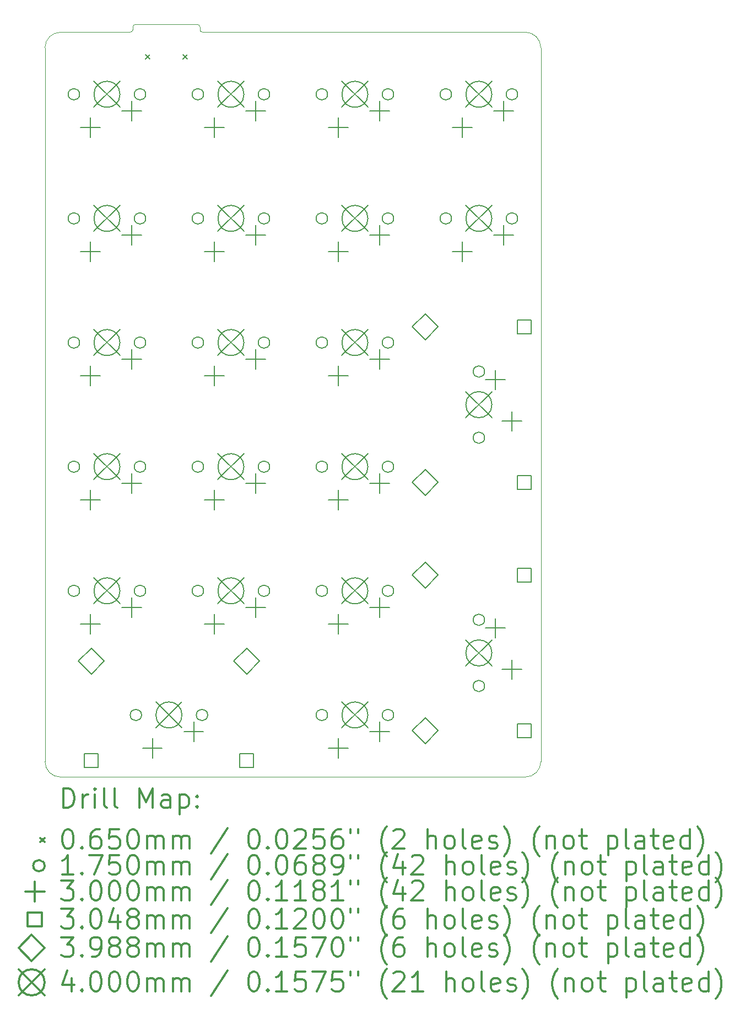
<source format=gbr>
%FSLAX45Y45*%
G04 Gerber Fmt 4.5, Leading zero omitted, Abs format (unit mm)*
G04 Created by KiCad (PCBNEW (5.1.10)-1) date 2021-06-25 21:49:00*
%MOMM*%
%LPD*%
G01*
G04 APERTURE LIST*
%TA.AperFunction,Profile*%
%ADD10C,0.100000*%
%TD*%
%ADD11C,0.200000*%
%ADD12C,0.300000*%
G04 APERTURE END LIST*
D10*
X12065000Y-3810000D02*
X12065000Y-3849687D01*
X13096875Y-3810000D02*
X13096875Y-3849687D01*
X12025312Y-3889375D02*
X11985625Y-3889375D01*
X13057187Y-3770312D02*
X12104687Y-3770312D01*
X13136562Y-3889375D02*
X13255625Y-3889375D01*
X13057187Y-3770312D02*
G75*
G02*
X13096875Y-3810000I0J-39688D01*
G01*
X12065000Y-3849687D02*
G75*
G02*
X12025312Y-3889375I-39688J0D01*
G01*
X12065000Y-3810000D02*
G75*
G02*
X12104687Y-3770312I39688J0D01*
G01*
X13136562Y-3889375D02*
G75*
G02*
X13096875Y-3849687I0J39688D01*
G01*
X10715625Y-15081250D02*
X10715625Y-4127500D01*
X10953750Y-15319375D02*
G75*
G02*
X10715625Y-15081250I0J238125D01*
G01*
X18097500Y-15319375D02*
X10953750Y-15319375D01*
X18335625Y-15081250D02*
G75*
G02*
X18097500Y-15319375I-238125J0D01*
G01*
X18335625Y-4127500D02*
X18335625Y-15081250D01*
X18097500Y-3889375D02*
G75*
G02*
X18335625Y-4127500I0J-238125D01*
G01*
X13255625Y-3889375D02*
X18097500Y-3889375D01*
X10953750Y-3889375D02*
X11985625Y-3889375D01*
X10715625Y-4127500D02*
G75*
G02*
X10953750Y-3889375I238125J0D01*
G01*
D11*
X12259437Y-4235938D02*
X12324437Y-4300938D01*
X12324437Y-4235938D02*
X12259437Y-4300938D01*
X12837437Y-4235938D02*
X12902437Y-4300938D01*
X12902437Y-4235938D02*
X12837437Y-4300938D01*
X11247625Y-4841875D02*
G75*
G03*
X11247625Y-4841875I-87500J0D01*
G01*
X11247625Y-6746875D02*
G75*
G03*
X11247625Y-6746875I-87500J0D01*
G01*
X11247625Y-8651875D02*
G75*
G03*
X11247625Y-8651875I-87500J0D01*
G01*
X11247625Y-10556875D02*
G75*
G03*
X11247625Y-10556875I-87500J0D01*
G01*
X11247625Y-12461875D02*
G75*
G03*
X11247625Y-12461875I-87500J0D01*
G01*
X12200125Y-14366875D02*
G75*
G03*
X12200125Y-14366875I-87500J0D01*
G01*
X12263625Y-4841875D02*
G75*
G03*
X12263625Y-4841875I-87500J0D01*
G01*
X12263625Y-6746875D02*
G75*
G03*
X12263625Y-6746875I-87500J0D01*
G01*
X12263625Y-8651875D02*
G75*
G03*
X12263625Y-8651875I-87500J0D01*
G01*
X12263625Y-10556875D02*
G75*
G03*
X12263625Y-10556875I-87500J0D01*
G01*
X12263625Y-12461875D02*
G75*
G03*
X12263625Y-12461875I-87500J0D01*
G01*
X13152625Y-4841875D02*
G75*
G03*
X13152625Y-4841875I-87500J0D01*
G01*
X13152625Y-6746875D02*
G75*
G03*
X13152625Y-6746875I-87500J0D01*
G01*
X13152625Y-8651875D02*
G75*
G03*
X13152625Y-8651875I-87500J0D01*
G01*
X13152625Y-10556875D02*
G75*
G03*
X13152625Y-10556875I-87500J0D01*
G01*
X13152625Y-12461875D02*
G75*
G03*
X13152625Y-12461875I-87500J0D01*
G01*
X13216125Y-14366875D02*
G75*
G03*
X13216125Y-14366875I-87500J0D01*
G01*
X14168625Y-4841875D02*
G75*
G03*
X14168625Y-4841875I-87500J0D01*
G01*
X14168625Y-6746875D02*
G75*
G03*
X14168625Y-6746875I-87500J0D01*
G01*
X14168625Y-8651875D02*
G75*
G03*
X14168625Y-8651875I-87500J0D01*
G01*
X14168625Y-10556875D02*
G75*
G03*
X14168625Y-10556875I-87500J0D01*
G01*
X14168625Y-12461875D02*
G75*
G03*
X14168625Y-12461875I-87500J0D01*
G01*
X15057625Y-4841875D02*
G75*
G03*
X15057625Y-4841875I-87500J0D01*
G01*
X15057625Y-6746875D02*
G75*
G03*
X15057625Y-6746875I-87500J0D01*
G01*
X15057625Y-8651875D02*
G75*
G03*
X15057625Y-8651875I-87500J0D01*
G01*
X15057625Y-10556875D02*
G75*
G03*
X15057625Y-10556875I-87500J0D01*
G01*
X15057625Y-12461875D02*
G75*
G03*
X15057625Y-12461875I-87500J0D01*
G01*
X15057625Y-14366875D02*
G75*
G03*
X15057625Y-14366875I-87500J0D01*
G01*
X16073625Y-4841875D02*
G75*
G03*
X16073625Y-4841875I-87500J0D01*
G01*
X16073625Y-6746875D02*
G75*
G03*
X16073625Y-6746875I-87500J0D01*
G01*
X16073625Y-8651875D02*
G75*
G03*
X16073625Y-8651875I-87500J0D01*
G01*
X16073625Y-10556875D02*
G75*
G03*
X16073625Y-10556875I-87500J0D01*
G01*
X16073625Y-12461875D02*
G75*
G03*
X16073625Y-12461875I-87500J0D01*
G01*
X16073625Y-14366875D02*
G75*
G03*
X16073625Y-14366875I-87500J0D01*
G01*
X16962625Y-4841875D02*
G75*
G03*
X16962625Y-4841875I-87500J0D01*
G01*
X16962625Y-6746875D02*
G75*
G03*
X16962625Y-6746875I-87500J0D01*
G01*
X17470625Y-9096375D02*
G75*
G03*
X17470625Y-9096375I-87500J0D01*
G01*
X17470625Y-10112375D02*
G75*
G03*
X17470625Y-10112375I-87500J0D01*
G01*
X17470625Y-12906375D02*
G75*
G03*
X17470625Y-12906375I-87500J0D01*
G01*
X17470625Y-13922375D02*
G75*
G03*
X17470625Y-13922375I-87500J0D01*
G01*
X17978625Y-4841875D02*
G75*
G03*
X17978625Y-4841875I-87500J0D01*
G01*
X17978625Y-6746875D02*
G75*
G03*
X17978625Y-6746875I-87500J0D01*
G01*
X11414125Y-5199875D02*
X11414125Y-5499875D01*
X11264125Y-5349875D02*
X11564125Y-5349875D01*
X11414125Y-7104875D02*
X11414125Y-7404875D01*
X11264125Y-7254875D02*
X11564125Y-7254875D01*
X11414125Y-9009875D02*
X11414125Y-9309875D01*
X11264125Y-9159875D02*
X11564125Y-9159875D01*
X11414125Y-10914875D02*
X11414125Y-11214875D01*
X11264125Y-11064875D02*
X11564125Y-11064875D01*
X11414125Y-12819875D02*
X11414125Y-13119875D01*
X11264125Y-12969875D02*
X11564125Y-12969875D01*
X12049125Y-4945875D02*
X12049125Y-5245875D01*
X11899125Y-5095875D02*
X12199125Y-5095875D01*
X12049125Y-6850875D02*
X12049125Y-7150875D01*
X11899125Y-7000875D02*
X12199125Y-7000875D01*
X12049125Y-8755875D02*
X12049125Y-9055875D01*
X11899125Y-8905875D02*
X12199125Y-8905875D01*
X12049125Y-10660875D02*
X12049125Y-10960875D01*
X11899125Y-10810875D02*
X12199125Y-10810875D01*
X12049125Y-12565875D02*
X12049125Y-12865875D01*
X11899125Y-12715875D02*
X12199125Y-12715875D01*
X12366625Y-14724875D02*
X12366625Y-15024875D01*
X12216625Y-14874875D02*
X12516625Y-14874875D01*
X13001625Y-14470875D02*
X13001625Y-14770875D01*
X12851625Y-14620875D02*
X13151625Y-14620875D01*
X13319125Y-5199875D02*
X13319125Y-5499875D01*
X13169125Y-5349875D02*
X13469125Y-5349875D01*
X13319125Y-7104875D02*
X13319125Y-7404875D01*
X13169125Y-7254875D02*
X13469125Y-7254875D01*
X13319125Y-9009875D02*
X13319125Y-9309875D01*
X13169125Y-9159875D02*
X13469125Y-9159875D01*
X13319125Y-10914875D02*
X13319125Y-11214875D01*
X13169125Y-11064875D02*
X13469125Y-11064875D01*
X13319125Y-12819875D02*
X13319125Y-13119875D01*
X13169125Y-12969875D02*
X13469125Y-12969875D01*
X13954125Y-4945875D02*
X13954125Y-5245875D01*
X13804125Y-5095875D02*
X14104125Y-5095875D01*
X13954125Y-6850875D02*
X13954125Y-7150875D01*
X13804125Y-7000875D02*
X14104125Y-7000875D01*
X13954125Y-8755875D02*
X13954125Y-9055875D01*
X13804125Y-8905875D02*
X14104125Y-8905875D01*
X13954125Y-10660875D02*
X13954125Y-10960875D01*
X13804125Y-10810875D02*
X14104125Y-10810875D01*
X13954125Y-12565875D02*
X13954125Y-12865875D01*
X13804125Y-12715875D02*
X14104125Y-12715875D01*
X15224125Y-5199875D02*
X15224125Y-5499875D01*
X15074125Y-5349875D02*
X15374125Y-5349875D01*
X15224125Y-7104875D02*
X15224125Y-7404875D01*
X15074125Y-7254875D02*
X15374125Y-7254875D01*
X15224125Y-9009875D02*
X15224125Y-9309875D01*
X15074125Y-9159875D02*
X15374125Y-9159875D01*
X15224125Y-10914875D02*
X15224125Y-11214875D01*
X15074125Y-11064875D02*
X15374125Y-11064875D01*
X15224125Y-12819875D02*
X15224125Y-13119875D01*
X15074125Y-12969875D02*
X15374125Y-12969875D01*
X15224125Y-14724875D02*
X15224125Y-15024875D01*
X15074125Y-14874875D02*
X15374125Y-14874875D01*
X15859125Y-4945875D02*
X15859125Y-5245875D01*
X15709125Y-5095875D02*
X16009125Y-5095875D01*
X15859125Y-6850875D02*
X15859125Y-7150875D01*
X15709125Y-7000875D02*
X16009125Y-7000875D01*
X15859125Y-8755875D02*
X15859125Y-9055875D01*
X15709125Y-8905875D02*
X16009125Y-8905875D01*
X15859125Y-10660875D02*
X15859125Y-10960875D01*
X15709125Y-10810875D02*
X16009125Y-10810875D01*
X15859125Y-12565875D02*
X15859125Y-12865875D01*
X15709125Y-12715875D02*
X16009125Y-12715875D01*
X15859125Y-14470875D02*
X15859125Y-14770875D01*
X15709125Y-14620875D02*
X16009125Y-14620875D01*
X17129125Y-5199875D02*
X17129125Y-5499875D01*
X16979125Y-5349875D02*
X17279125Y-5349875D01*
X17129125Y-7104875D02*
X17129125Y-7404875D01*
X16979125Y-7254875D02*
X17279125Y-7254875D01*
X17637125Y-9073375D02*
X17637125Y-9373375D01*
X17487125Y-9223375D02*
X17787125Y-9223375D01*
X17637125Y-12883375D02*
X17637125Y-13183375D01*
X17487125Y-13033375D02*
X17787125Y-13033375D01*
X17764125Y-4945875D02*
X17764125Y-5245875D01*
X17614125Y-5095875D02*
X17914125Y-5095875D01*
X17764125Y-6850875D02*
X17764125Y-7150875D01*
X17614125Y-7000875D02*
X17914125Y-7000875D01*
X17891125Y-9708375D02*
X17891125Y-10008375D01*
X17741125Y-9858375D02*
X18041125Y-9858375D01*
X17891125Y-13518375D02*
X17891125Y-13818375D01*
X17741125Y-13668375D02*
X18041125Y-13668375D01*
X11534589Y-15173139D02*
X11534589Y-14957611D01*
X11319061Y-14957611D01*
X11319061Y-15173139D01*
X11534589Y-15173139D01*
X13922189Y-15173139D02*
X13922189Y-14957611D01*
X13706661Y-14957611D01*
X13706661Y-15173139D01*
X13922189Y-15173139D01*
X18189389Y-8518339D02*
X18189389Y-8302811D01*
X17973861Y-8302811D01*
X17973861Y-8518339D01*
X18189389Y-8518339D01*
X18189389Y-10905939D02*
X18189389Y-10690411D01*
X17973861Y-10690411D01*
X17973861Y-10905939D01*
X18189389Y-10905939D01*
X18189389Y-12328339D02*
X18189389Y-12112811D01*
X17973861Y-12112811D01*
X17973861Y-12328339D01*
X18189389Y-12328339D01*
X18189389Y-14715939D02*
X18189389Y-14500411D01*
X17973861Y-14500411D01*
X17973861Y-14715939D01*
X18189389Y-14715939D01*
X11426825Y-13740765D02*
X11626215Y-13541375D01*
X11426825Y-13341985D01*
X11227435Y-13541375D01*
X11426825Y-13740765D01*
X13814425Y-13740765D02*
X14013815Y-13541375D01*
X13814425Y-13341985D01*
X13615035Y-13541375D01*
X13814425Y-13740765D01*
X16557625Y-8609965D02*
X16757015Y-8410575D01*
X16557625Y-8211185D01*
X16358235Y-8410575D01*
X16557625Y-8609965D01*
X16557625Y-10997565D02*
X16757015Y-10798175D01*
X16557625Y-10598785D01*
X16358235Y-10798175D01*
X16557625Y-10997565D01*
X16557625Y-12419965D02*
X16757015Y-12220575D01*
X16557625Y-12021185D01*
X16358235Y-12220575D01*
X16557625Y-12419965D01*
X16557625Y-14807565D02*
X16757015Y-14608175D01*
X16557625Y-14408785D01*
X16358235Y-14608175D01*
X16557625Y-14807565D01*
X11468125Y-4641875D02*
X11868125Y-5041875D01*
X11868125Y-4641875D02*
X11468125Y-5041875D01*
X11868125Y-4841875D02*
G75*
G03*
X11868125Y-4841875I-200000J0D01*
G01*
X11468125Y-6546875D02*
X11868125Y-6946875D01*
X11868125Y-6546875D02*
X11468125Y-6946875D01*
X11868125Y-6746875D02*
G75*
G03*
X11868125Y-6746875I-200000J0D01*
G01*
X11468125Y-8451875D02*
X11868125Y-8851875D01*
X11868125Y-8451875D02*
X11468125Y-8851875D01*
X11868125Y-8651875D02*
G75*
G03*
X11868125Y-8651875I-200000J0D01*
G01*
X11468125Y-10356875D02*
X11868125Y-10756875D01*
X11868125Y-10356875D02*
X11468125Y-10756875D01*
X11868125Y-10556875D02*
G75*
G03*
X11868125Y-10556875I-200000J0D01*
G01*
X11468125Y-12261875D02*
X11868125Y-12661875D01*
X11868125Y-12261875D02*
X11468125Y-12661875D01*
X11868125Y-12461875D02*
G75*
G03*
X11868125Y-12461875I-200000J0D01*
G01*
X12420625Y-14166875D02*
X12820625Y-14566875D01*
X12820625Y-14166875D02*
X12420625Y-14566875D01*
X12820625Y-14366875D02*
G75*
G03*
X12820625Y-14366875I-200000J0D01*
G01*
X13373125Y-4641875D02*
X13773125Y-5041875D01*
X13773125Y-4641875D02*
X13373125Y-5041875D01*
X13773125Y-4841875D02*
G75*
G03*
X13773125Y-4841875I-200000J0D01*
G01*
X13373125Y-6546875D02*
X13773125Y-6946875D01*
X13773125Y-6546875D02*
X13373125Y-6946875D01*
X13773125Y-6746875D02*
G75*
G03*
X13773125Y-6746875I-200000J0D01*
G01*
X13373125Y-8451875D02*
X13773125Y-8851875D01*
X13773125Y-8451875D02*
X13373125Y-8851875D01*
X13773125Y-8651875D02*
G75*
G03*
X13773125Y-8651875I-200000J0D01*
G01*
X13373125Y-10356875D02*
X13773125Y-10756875D01*
X13773125Y-10356875D02*
X13373125Y-10756875D01*
X13773125Y-10556875D02*
G75*
G03*
X13773125Y-10556875I-200000J0D01*
G01*
X13373125Y-12261875D02*
X13773125Y-12661875D01*
X13773125Y-12261875D02*
X13373125Y-12661875D01*
X13773125Y-12461875D02*
G75*
G03*
X13773125Y-12461875I-200000J0D01*
G01*
X15278125Y-4641875D02*
X15678125Y-5041875D01*
X15678125Y-4641875D02*
X15278125Y-5041875D01*
X15678125Y-4841875D02*
G75*
G03*
X15678125Y-4841875I-200000J0D01*
G01*
X15278125Y-6546875D02*
X15678125Y-6946875D01*
X15678125Y-6546875D02*
X15278125Y-6946875D01*
X15678125Y-6746875D02*
G75*
G03*
X15678125Y-6746875I-200000J0D01*
G01*
X15278125Y-8451875D02*
X15678125Y-8851875D01*
X15678125Y-8451875D02*
X15278125Y-8851875D01*
X15678125Y-8651875D02*
G75*
G03*
X15678125Y-8651875I-200000J0D01*
G01*
X15278125Y-10356875D02*
X15678125Y-10756875D01*
X15678125Y-10356875D02*
X15278125Y-10756875D01*
X15678125Y-10556875D02*
G75*
G03*
X15678125Y-10556875I-200000J0D01*
G01*
X15278125Y-12261875D02*
X15678125Y-12661875D01*
X15678125Y-12261875D02*
X15278125Y-12661875D01*
X15678125Y-12461875D02*
G75*
G03*
X15678125Y-12461875I-200000J0D01*
G01*
X15278125Y-14166875D02*
X15678125Y-14566875D01*
X15678125Y-14166875D02*
X15278125Y-14566875D01*
X15678125Y-14366875D02*
G75*
G03*
X15678125Y-14366875I-200000J0D01*
G01*
X17183125Y-4641875D02*
X17583125Y-5041875D01*
X17583125Y-4641875D02*
X17183125Y-5041875D01*
X17583125Y-4841875D02*
G75*
G03*
X17583125Y-4841875I-200000J0D01*
G01*
X17183125Y-6546875D02*
X17583125Y-6946875D01*
X17583125Y-6546875D02*
X17183125Y-6946875D01*
X17583125Y-6746875D02*
G75*
G03*
X17583125Y-6746875I-200000J0D01*
G01*
X17183125Y-9404375D02*
X17583125Y-9804375D01*
X17583125Y-9404375D02*
X17183125Y-9804375D01*
X17583125Y-9604375D02*
G75*
G03*
X17583125Y-9604375I-200000J0D01*
G01*
X17183125Y-13214375D02*
X17583125Y-13614375D01*
X17583125Y-13214375D02*
X17183125Y-13614375D01*
X17583125Y-13414375D02*
G75*
G03*
X17583125Y-13414375I-200000J0D01*
G01*
D12*
X10997053Y-15790089D02*
X10997053Y-15490089D01*
X11068482Y-15490089D01*
X11111339Y-15504375D01*
X11139911Y-15532946D01*
X11154196Y-15561518D01*
X11168482Y-15618661D01*
X11168482Y-15661518D01*
X11154196Y-15718661D01*
X11139911Y-15747232D01*
X11111339Y-15775804D01*
X11068482Y-15790089D01*
X10997053Y-15790089D01*
X11297053Y-15790089D02*
X11297053Y-15590089D01*
X11297053Y-15647232D02*
X11311339Y-15618661D01*
X11325625Y-15604375D01*
X11354196Y-15590089D01*
X11382768Y-15590089D01*
X11482768Y-15790089D02*
X11482768Y-15590089D01*
X11482768Y-15490089D02*
X11468482Y-15504375D01*
X11482768Y-15518661D01*
X11497053Y-15504375D01*
X11482768Y-15490089D01*
X11482768Y-15518661D01*
X11668482Y-15790089D02*
X11639911Y-15775804D01*
X11625625Y-15747232D01*
X11625625Y-15490089D01*
X11825625Y-15790089D02*
X11797053Y-15775804D01*
X11782768Y-15747232D01*
X11782768Y-15490089D01*
X12168482Y-15790089D02*
X12168482Y-15490089D01*
X12268482Y-15704375D01*
X12368482Y-15490089D01*
X12368482Y-15790089D01*
X12639911Y-15790089D02*
X12639911Y-15632946D01*
X12625625Y-15604375D01*
X12597053Y-15590089D01*
X12539911Y-15590089D01*
X12511339Y-15604375D01*
X12639911Y-15775804D02*
X12611339Y-15790089D01*
X12539911Y-15790089D01*
X12511339Y-15775804D01*
X12497053Y-15747232D01*
X12497053Y-15718661D01*
X12511339Y-15690089D01*
X12539911Y-15675804D01*
X12611339Y-15675804D01*
X12639911Y-15661518D01*
X12782768Y-15590089D02*
X12782768Y-15890089D01*
X12782768Y-15604375D02*
X12811339Y-15590089D01*
X12868482Y-15590089D01*
X12897053Y-15604375D01*
X12911339Y-15618661D01*
X12925625Y-15647232D01*
X12925625Y-15732946D01*
X12911339Y-15761518D01*
X12897053Y-15775804D01*
X12868482Y-15790089D01*
X12811339Y-15790089D01*
X12782768Y-15775804D01*
X13054196Y-15761518D02*
X13068482Y-15775804D01*
X13054196Y-15790089D01*
X13039911Y-15775804D01*
X13054196Y-15761518D01*
X13054196Y-15790089D01*
X13054196Y-15604375D02*
X13068482Y-15618661D01*
X13054196Y-15632946D01*
X13039911Y-15618661D01*
X13054196Y-15604375D01*
X13054196Y-15632946D01*
X10645625Y-16251875D02*
X10710625Y-16316875D01*
X10710625Y-16251875D02*
X10645625Y-16316875D01*
X11054196Y-16120089D02*
X11082768Y-16120089D01*
X11111339Y-16134375D01*
X11125625Y-16148661D01*
X11139911Y-16177232D01*
X11154196Y-16234375D01*
X11154196Y-16305804D01*
X11139911Y-16362946D01*
X11125625Y-16391518D01*
X11111339Y-16405804D01*
X11082768Y-16420089D01*
X11054196Y-16420089D01*
X11025625Y-16405804D01*
X11011339Y-16391518D01*
X10997053Y-16362946D01*
X10982768Y-16305804D01*
X10982768Y-16234375D01*
X10997053Y-16177232D01*
X11011339Y-16148661D01*
X11025625Y-16134375D01*
X11054196Y-16120089D01*
X11282768Y-16391518D02*
X11297053Y-16405804D01*
X11282768Y-16420089D01*
X11268482Y-16405804D01*
X11282768Y-16391518D01*
X11282768Y-16420089D01*
X11554196Y-16120089D02*
X11497053Y-16120089D01*
X11468482Y-16134375D01*
X11454196Y-16148661D01*
X11425625Y-16191518D01*
X11411339Y-16248661D01*
X11411339Y-16362946D01*
X11425625Y-16391518D01*
X11439911Y-16405804D01*
X11468482Y-16420089D01*
X11525625Y-16420089D01*
X11554196Y-16405804D01*
X11568482Y-16391518D01*
X11582768Y-16362946D01*
X11582768Y-16291518D01*
X11568482Y-16262946D01*
X11554196Y-16248661D01*
X11525625Y-16234375D01*
X11468482Y-16234375D01*
X11439911Y-16248661D01*
X11425625Y-16262946D01*
X11411339Y-16291518D01*
X11854196Y-16120089D02*
X11711339Y-16120089D01*
X11697053Y-16262946D01*
X11711339Y-16248661D01*
X11739911Y-16234375D01*
X11811339Y-16234375D01*
X11839911Y-16248661D01*
X11854196Y-16262946D01*
X11868482Y-16291518D01*
X11868482Y-16362946D01*
X11854196Y-16391518D01*
X11839911Y-16405804D01*
X11811339Y-16420089D01*
X11739911Y-16420089D01*
X11711339Y-16405804D01*
X11697053Y-16391518D01*
X12054196Y-16120089D02*
X12082768Y-16120089D01*
X12111339Y-16134375D01*
X12125625Y-16148661D01*
X12139911Y-16177232D01*
X12154196Y-16234375D01*
X12154196Y-16305804D01*
X12139911Y-16362946D01*
X12125625Y-16391518D01*
X12111339Y-16405804D01*
X12082768Y-16420089D01*
X12054196Y-16420089D01*
X12025625Y-16405804D01*
X12011339Y-16391518D01*
X11997053Y-16362946D01*
X11982768Y-16305804D01*
X11982768Y-16234375D01*
X11997053Y-16177232D01*
X12011339Y-16148661D01*
X12025625Y-16134375D01*
X12054196Y-16120089D01*
X12282768Y-16420089D02*
X12282768Y-16220089D01*
X12282768Y-16248661D02*
X12297053Y-16234375D01*
X12325625Y-16220089D01*
X12368482Y-16220089D01*
X12397053Y-16234375D01*
X12411339Y-16262946D01*
X12411339Y-16420089D01*
X12411339Y-16262946D02*
X12425625Y-16234375D01*
X12454196Y-16220089D01*
X12497053Y-16220089D01*
X12525625Y-16234375D01*
X12539911Y-16262946D01*
X12539911Y-16420089D01*
X12682768Y-16420089D02*
X12682768Y-16220089D01*
X12682768Y-16248661D02*
X12697053Y-16234375D01*
X12725625Y-16220089D01*
X12768482Y-16220089D01*
X12797053Y-16234375D01*
X12811339Y-16262946D01*
X12811339Y-16420089D01*
X12811339Y-16262946D02*
X12825625Y-16234375D01*
X12854196Y-16220089D01*
X12897053Y-16220089D01*
X12925625Y-16234375D01*
X12939911Y-16262946D01*
X12939911Y-16420089D01*
X13525625Y-16105804D02*
X13268482Y-16491518D01*
X13911339Y-16120089D02*
X13939911Y-16120089D01*
X13968482Y-16134375D01*
X13982768Y-16148661D01*
X13997053Y-16177232D01*
X14011339Y-16234375D01*
X14011339Y-16305804D01*
X13997053Y-16362946D01*
X13982768Y-16391518D01*
X13968482Y-16405804D01*
X13939911Y-16420089D01*
X13911339Y-16420089D01*
X13882768Y-16405804D01*
X13868482Y-16391518D01*
X13854196Y-16362946D01*
X13839911Y-16305804D01*
X13839911Y-16234375D01*
X13854196Y-16177232D01*
X13868482Y-16148661D01*
X13882768Y-16134375D01*
X13911339Y-16120089D01*
X14139911Y-16391518D02*
X14154196Y-16405804D01*
X14139911Y-16420089D01*
X14125625Y-16405804D01*
X14139911Y-16391518D01*
X14139911Y-16420089D01*
X14339911Y-16120089D02*
X14368482Y-16120089D01*
X14397053Y-16134375D01*
X14411339Y-16148661D01*
X14425625Y-16177232D01*
X14439911Y-16234375D01*
X14439911Y-16305804D01*
X14425625Y-16362946D01*
X14411339Y-16391518D01*
X14397053Y-16405804D01*
X14368482Y-16420089D01*
X14339911Y-16420089D01*
X14311339Y-16405804D01*
X14297053Y-16391518D01*
X14282768Y-16362946D01*
X14268482Y-16305804D01*
X14268482Y-16234375D01*
X14282768Y-16177232D01*
X14297053Y-16148661D01*
X14311339Y-16134375D01*
X14339911Y-16120089D01*
X14554196Y-16148661D02*
X14568482Y-16134375D01*
X14597053Y-16120089D01*
X14668482Y-16120089D01*
X14697053Y-16134375D01*
X14711339Y-16148661D01*
X14725625Y-16177232D01*
X14725625Y-16205804D01*
X14711339Y-16248661D01*
X14539911Y-16420089D01*
X14725625Y-16420089D01*
X14997053Y-16120089D02*
X14854196Y-16120089D01*
X14839911Y-16262946D01*
X14854196Y-16248661D01*
X14882768Y-16234375D01*
X14954196Y-16234375D01*
X14982768Y-16248661D01*
X14997053Y-16262946D01*
X15011339Y-16291518D01*
X15011339Y-16362946D01*
X14997053Y-16391518D01*
X14982768Y-16405804D01*
X14954196Y-16420089D01*
X14882768Y-16420089D01*
X14854196Y-16405804D01*
X14839911Y-16391518D01*
X15268482Y-16120089D02*
X15211339Y-16120089D01*
X15182768Y-16134375D01*
X15168482Y-16148661D01*
X15139911Y-16191518D01*
X15125625Y-16248661D01*
X15125625Y-16362946D01*
X15139911Y-16391518D01*
X15154196Y-16405804D01*
X15182768Y-16420089D01*
X15239911Y-16420089D01*
X15268482Y-16405804D01*
X15282768Y-16391518D01*
X15297053Y-16362946D01*
X15297053Y-16291518D01*
X15282768Y-16262946D01*
X15268482Y-16248661D01*
X15239911Y-16234375D01*
X15182768Y-16234375D01*
X15154196Y-16248661D01*
X15139911Y-16262946D01*
X15125625Y-16291518D01*
X15411339Y-16120089D02*
X15411339Y-16177232D01*
X15525625Y-16120089D02*
X15525625Y-16177232D01*
X15968482Y-16534375D02*
X15954196Y-16520089D01*
X15925625Y-16477232D01*
X15911339Y-16448661D01*
X15897053Y-16405804D01*
X15882768Y-16334375D01*
X15882768Y-16277232D01*
X15897053Y-16205804D01*
X15911339Y-16162946D01*
X15925625Y-16134375D01*
X15954196Y-16091518D01*
X15968482Y-16077232D01*
X16068482Y-16148661D02*
X16082768Y-16134375D01*
X16111339Y-16120089D01*
X16182768Y-16120089D01*
X16211339Y-16134375D01*
X16225625Y-16148661D01*
X16239911Y-16177232D01*
X16239911Y-16205804D01*
X16225625Y-16248661D01*
X16054196Y-16420089D01*
X16239911Y-16420089D01*
X16597053Y-16420089D02*
X16597053Y-16120089D01*
X16725625Y-16420089D02*
X16725625Y-16262946D01*
X16711339Y-16234375D01*
X16682768Y-16220089D01*
X16639911Y-16220089D01*
X16611339Y-16234375D01*
X16597053Y-16248661D01*
X16911339Y-16420089D02*
X16882768Y-16405804D01*
X16868482Y-16391518D01*
X16854196Y-16362946D01*
X16854196Y-16277232D01*
X16868482Y-16248661D01*
X16882768Y-16234375D01*
X16911339Y-16220089D01*
X16954196Y-16220089D01*
X16982768Y-16234375D01*
X16997053Y-16248661D01*
X17011339Y-16277232D01*
X17011339Y-16362946D01*
X16997053Y-16391518D01*
X16982768Y-16405804D01*
X16954196Y-16420089D01*
X16911339Y-16420089D01*
X17182768Y-16420089D02*
X17154196Y-16405804D01*
X17139911Y-16377232D01*
X17139911Y-16120089D01*
X17411339Y-16405804D02*
X17382768Y-16420089D01*
X17325625Y-16420089D01*
X17297053Y-16405804D01*
X17282768Y-16377232D01*
X17282768Y-16262946D01*
X17297053Y-16234375D01*
X17325625Y-16220089D01*
X17382768Y-16220089D01*
X17411339Y-16234375D01*
X17425625Y-16262946D01*
X17425625Y-16291518D01*
X17282768Y-16320089D01*
X17539911Y-16405804D02*
X17568482Y-16420089D01*
X17625625Y-16420089D01*
X17654196Y-16405804D01*
X17668482Y-16377232D01*
X17668482Y-16362946D01*
X17654196Y-16334375D01*
X17625625Y-16320089D01*
X17582768Y-16320089D01*
X17554196Y-16305804D01*
X17539911Y-16277232D01*
X17539911Y-16262946D01*
X17554196Y-16234375D01*
X17582768Y-16220089D01*
X17625625Y-16220089D01*
X17654196Y-16234375D01*
X17768482Y-16534375D02*
X17782768Y-16520089D01*
X17811339Y-16477232D01*
X17825625Y-16448661D01*
X17839911Y-16405804D01*
X17854196Y-16334375D01*
X17854196Y-16277232D01*
X17839911Y-16205804D01*
X17825625Y-16162946D01*
X17811339Y-16134375D01*
X17782768Y-16091518D01*
X17768482Y-16077232D01*
X18311339Y-16534375D02*
X18297053Y-16520089D01*
X18268482Y-16477232D01*
X18254196Y-16448661D01*
X18239911Y-16405804D01*
X18225625Y-16334375D01*
X18225625Y-16277232D01*
X18239911Y-16205804D01*
X18254196Y-16162946D01*
X18268482Y-16134375D01*
X18297053Y-16091518D01*
X18311339Y-16077232D01*
X18425625Y-16220089D02*
X18425625Y-16420089D01*
X18425625Y-16248661D02*
X18439911Y-16234375D01*
X18468482Y-16220089D01*
X18511339Y-16220089D01*
X18539911Y-16234375D01*
X18554196Y-16262946D01*
X18554196Y-16420089D01*
X18739911Y-16420089D02*
X18711339Y-16405804D01*
X18697053Y-16391518D01*
X18682768Y-16362946D01*
X18682768Y-16277232D01*
X18697053Y-16248661D01*
X18711339Y-16234375D01*
X18739911Y-16220089D01*
X18782768Y-16220089D01*
X18811339Y-16234375D01*
X18825625Y-16248661D01*
X18839911Y-16277232D01*
X18839911Y-16362946D01*
X18825625Y-16391518D01*
X18811339Y-16405804D01*
X18782768Y-16420089D01*
X18739911Y-16420089D01*
X18925625Y-16220089D02*
X19039911Y-16220089D01*
X18968482Y-16120089D02*
X18968482Y-16377232D01*
X18982768Y-16405804D01*
X19011339Y-16420089D01*
X19039911Y-16420089D01*
X19368482Y-16220089D02*
X19368482Y-16520089D01*
X19368482Y-16234375D02*
X19397053Y-16220089D01*
X19454196Y-16220089D01*
X19482768Y-16234375D01*
X19497053Y-16248661D01*
X19511339Y-16277232D01*
X19511339Y-16362946D01*
X19497053Y-16391518D01*
X19482768Y-16405804D01*
X19454196Y-16420089D01*
X19397053Y-16420089D01*
X19368482Y-16405804D01*
X19682768Y-16420089D02*
X19654196Y-16405804D01*
X19639911Y-16377232D01*
X19639911Y-16120089D01*
X19925625Y-16420089D02*
X19925625Y-16262946D01*
X19911339Y-16234375D01*
X19882768Y-16220089D01*
X19825625Y-16220089D01*
X19797053Y-16234375D01*
X19925625Y-16405804D02*
X19897053Y-16420089D01*
X19825625Y-16420089D01*
X19797053Y-16405804D01*
X19782768Y-16377232D01*
X19782768Y-16348661D01*
X19797053Y-16320089D01*
X19825625Y-16305804D01*
X19897053Y-16305804D01*
X19925625Y-16291518D01*
X20025625Y-16220089D02*
X20139911Y-16220089D01*
X20068482Y-16120089D02*
X20068482Y-16377232D01*
X20082768Y-16405804D01*
X20111339Y-16420089D01*
X20139911Y-16420089D01*
X20354196Y-16405804D02*
X20325625Y-16420089D01*
X20268482Y-16420089D01*
X20239911Y-16405804D01*
X20225625Y-16377232D01*
X20225625Y-16262946D01*
X20239911Y-16234375D01*
X20268482Y-16220089D01*
X20325625Y-16220089D01*
X20354196Y-16234375D01*
X20368482Y-16262946D01*
X20368482Y-16291518D01*
X20225625Y-16320089D01*
X20625625Y-16420089D02*
X20625625Y-16120089D01*
X20625625Y-16405804D02*
X20597053Y-16420089D01*
X20539911Y-16420089D01*
X20511339Y-16405804D01*
X20497053Y-16391518D01*
X20482768Y-16362946D01*
X20482768Y-16277232D01*
X20497053Y-16248661D01*
X20511339Y-16234375D01*
X20539911Y-16220089D01*
X20597053Y-16220089D01*
X20625625Y-16234375D01*
X20739911Y-16534375D02*
X20754196Y-16520089D01*
X20782768Y-16477232D01*
X20797053Y-16448661D01*
X20811339Y-16405804D01*
X20825625Y-16334375D01*
X20825625Y-16277232D01*
X20811339Y-16205804D01*
X20797053Y-16162946D01*
X20782768Y-16134375D01*
X20754196Y-16091518D01*
X20739911Y-16077232D01*
X10710625Y-16680375D02*
G75*
G03*
X10710625Y-16680375I-87500J0D01*
G01*
X11154196Y-16816089D02*
X10982768Y-16816089D01*
X11068482Y-16816089D02*
X11068482Y-16516089D01*
X11039911Y-16558946D01*
X11011339Y-16587518D01*
X10982768Y-16601804D01*
X11282768Y-16787518D02*
X11297053Y-16801804D01*
X11282768Y-16816089D01*
X11268482Y-16801804D01*
X11282768Y-16787518D01*
X11282768Y-16816089D01*
X11397053Y-16516089D02*
X11597053Y-16516089D01*
X11468482Y-16816089D01*
X11854196Y-16516089D02*
X11711339Y-16516089D01*
X11697053Y-16658946D01*
X11711339Y-16644661D01*
X11739911Y-16630375D01*
X11811339Y-16630375D01*
X11839911Y-16644661D01*
X11854196Y-16658946D01*
X11868482Y-16687518D01*
X11868482Y-16758946D01*
X11854196Y-16787518D01*
X11839911Y-16801804D01*
X11811339Y-16816089D01*
X11739911Y-16816089D01*
X11711339Y-16801804D01*
X11697053Y-16787518D01*
X12054196Y-16516089D02*
X12082768Y-16516089D01*
X12111339Y-16530375D01*
X12125625Y-16544661D01*
X12139911Y-16573232D01*
X12154196Y-16630375D01*
X12154196Y-16701804D01*
X12139911Y-16758946D01*
X12125625Y-16787518D01*
X12111339Y-16801804D01*
X12082768Y-16816089D01*
X12054196Y-16816089D01*
X12025625Y-16801804D01*
X12011339Y-16787518D01*
X11997053Y-16758946D01*
X11982768Y-16701804D01*
X11982768Y-16630375D01*
X11997053Y-16573232D01*
X12011339Y-16544661D01*
X12025625Y-16530375D01*
X12054196Y-16516089D01*
X12282768Y-16816089D02*
X12282768Y-16616089D01*
X12282768Y-16644661D02*
X12297053Y-16630375D01*
X12325625Y-16616089D01*
X12368482Y-16616089D01*
X12397053Y-16630375D01*
X12411339Y-16658946D01*
X12411339Y-16816089D01*
X12411339Y-16658946D02*
X12425625Y-16630375D01*
X12454196Y-16616089D01*
X12497053Y-16616089D01*
X12525625Y-16630375D01*
X12539911Y-16658946D01*
X12539911Y-16816089D01*
X12682768Y-16816089D02*
X12682768Y-16616089D01*
X12682768Y-16644661D02*
X12697053Y-16630375D01*
X12725625Y-16616089D01*
X12768482Y-16616089D01*
X12797053Y-16630375D01*
X12811339Y-16658946D01*
X12811339Y-16816089D01*
X12811339Y-16658946D02*
X12825625Y-16630375D01*
X12854196Y-16616089D01*
X12897053Y-16616089D01*
X12925625Y-16630375D01*
X12939911Y-16658946D01*
X12939911Y-16816089D01*
X13525625Y-16501804D02*
X13268482Y-16887518D01*
X13911339Y-16516089D02*
X13939911Y-16516089D01*
X13968482Y-16530375D01*
X13982768Y-16544661D01*
X13997053Y-16573232D01*
X14011339Y-16630375D01*
X14011339Y-16701804D01*
X13997053Y-16758946D01*
X13982768Y-16787518D01*
X13968482Y-16801804D01*
X13939911Y-16816089D01*
X13911339Y-16816089D01*
X13882768Y-16801804D01*
X13868482Y-16787518D01*
X13854196Y-16758946D01*
X13839911Y-16701804D01*
X13839911Y-16630375D01*
X13854196Y-16573232D01*
X13868482Y-16544661D01*
X13882768Y-16530375D01*
X13911339Y-16516089D01*
X14139911Y-16787518D02*
X14154196Y-16801804D01*
X14139911Y-16816089D01*
X14125625Y-16801804D01*
X14139911Y-16787518D01*
X14139911Y-16816089D01*
X14339911Y-16516089D02*
X14368482Y-16516089D01*
X14397053Y-16530375D01*
X14411339Y-16544661D01*
X14425625Y-16573232D01*
X14439911Y-16630375D01*
X14439911Y-16701804D01*
X14425625Y-16758946D01*
X14411339Y-16787518D01*
X14397053Y-16801804D01*
X14368482Y-16816089D01*
X14339911Y-16816089D01*
X14311339Y-16801804D01*
X14297053Y-16787518D01*
X14282768Y-16758946D01*
X14268482Y-16701804D01*
X14268482Y-16630375D01*
X14282768Y-16573232D01*
X14297053Y-16544661D01*
X14311339Y-16530375D01*
X14339911Y-16516089D01*
X14697053Y-16516089D02*
X14639911Y-16516089D01*
X14611339Y-16530375D01*
X14597053Y-16544661D01*
X14568482Y-16587518D01*
X14554196Y-16644661D01*
X14554196Y-16758946D01*
X14568482Y-16787518D01*
X14582768Y-16801804D01*
X14611339Y-16816089D01*
X14668482Y-16816089D01*
X14697053Y-16801804D01*
X14711339Y-16787518D01*
X14725625Y-16758946D01*
X14725625Y-16687518D01*
X14711339Y-16658946D01*
X14697053Y-16644661D01*
X14668482Y-16630375D01*
X14611339Y-16630375D01*
X14582768Y-16644661D01*
X14568482Y-16658946D01*
X14554196Y-16687518D01*
X14897053Y-16644661D02*
X14868482Y-16630375D01*
X14854196Y-16616089D01*
X14839911Y-16587518D01*
X14839911Y-16573232D01*
X14854196Y-16544661D01*
X14868482Y-16530375D01*
X14897053Y-16516089D01*
X14954196Y-16516089D01*
X14982768Y-16530375D01*
X14997053Y-16544661D01*
X15011339Y-16573232D01*
X15011339Y-16587518D01*
X14997053Y-16616089D01*
X14982768Y-16630375D01*
X14954196Y-16644661D01*
X14897053Y-16644661D01*
X14868482Y-16658946D01*
X14854196Y-16673232D01*
X14839911Y-16701804D01*
X14839911Y-16758946D01*
X14854196Y-16787518D01*
X14868482Y-16801804D01*
X14897053Y-16816089D01*
X14954196Y-16816089D01*
X14982768Y-16801804D01*
X14997053Y-16787518D01*
X15011339Y-16758946D01*
X15011339Y-16701804D01*
X14997053Y-16673232D01*
X14982768Y-16658946D01*
X14954196Y-16644661D01*
X15154196Y-16816089D02*
X15211339Y-16816089D01*
X15239911Y-16801804D01*
X15254196Y-16787518D01*
X15282768Y-16744661D01*
X15297053Y-16687518D01*
X15297053Y-16573232D01*
X15282768Y-16544661D01*
X15268482Y-16530375D01*
X15239911Y-16516089D01*
X15182768Y-16516089D01*
X15154196Y-16530375D01*
X15139911Y-16544661D01*
X15125625Y-16573232D01*
X15125625Y-16644661D01*
X15139911Y-16673232D01*
X15154196Y-16687518D01*
X15182768Y-16701804D01*
X15239911Y-16701804D01*
X15268482Y-16687518D01*
X15282768Y-16673232D01*
X15297053Y-16644661D01*
X15411339Y-16516089D02*
X15411339Y-16573232D01*
X15525625Y-16516089D02*
X15525625Y-16573232D01*
X15968482Y-16930375D02*
X15954196Y-16916089D01*
X15925625Y-16873232D01*
X15911339Y-16844661D01*
X15897053Y-16801804D01*
X15882768Y-16730375D01*
X15882768Y-16673232D01*
X15897053Y-16601804D01*
X15911339Y-16558946D01*
X15925625Y-16530375D01*
X15954196Y-16487518D01*
X15968482Y-16473232D01*
X16211339Y-16616089D02*
X16211339Y-16816089D01*
X16139911Y-16501804D02*
X16068482Y-16716089D01*
X16254196Y-16716089D01*
X16354196Y-16544661D02*
X16368482Y-16530375D01*
X16397053Y-16516089D01*
X16468482Y-16516089D01*
X16497053Y-16530375D01*
X16511339Y-16544661D01*
X16525625Y-16573232D01*
X16525625Y-16601804D01*
X16511339Y-16644661D01*
X16339911Y-16816089D01*
X16525625Y-16816089D01*
X16882768Y-16816089D02*
X16882768Y-16516089D01*
X17011339Y-16816089D02*
X17011339Y-16658946D01*
X16997053Y-16630375D01*
X16968482Y-16616089D01*
X16925625Y-16616089D01*
X16897053Y-16630375D01*
X16882768Y-16644661D01*
X17197053Y-16816089D02*
X17168482Y-16801804D01*
X17154196Y-16787518D01*
X17139911Y-16758946D01*
X17139911Y-16673232D01*
X17154196Y-16644661D01*
X17168482Y-16630375D01*
X17197053Y-16616089D01*
X17239911Y-16616089D01*
X17268482Y-16630375D01*
X17282768Y-16644661D01*
X17297053Y-16673232D01*
X17297053Y-16758946D01*
X17282768Y-16787518D01*
X17268482Y-16801804D01*
X17239911Y-16816089D01*
X17197053Y-16816089D01*
X17468482Y-16816089D02*
X17439911Y-16801804D01*
X17425625Y-16773232D01*
X17425625Y-16516089D01*
X17697053Y-16801804D02*
X17668482Y-16816089D01*
X17611339Y-16816089D01*
X17582768Y-16801804D01*
X17568482Y-16773232D01*
X17568482Y-16658946D01*
X17582768Y-16630375D01*
X17611339Y-16616089D01*
X17668482Y-16616089D01*
X17697053Y-16630375D01*
X17711339Y-16658946D01*
X17711339Y-16687518D01*
X17568482Y-16716089D01*
X17825625Y-16801804D02*
X17854196Y-16816089D01*
X17911339Y-16816089D01*
X17939911Y-16801804D01*
X17954196Y-16773232D01*
X17954196Y-16758946D01*
X17939911Y-16730375D01*
X17911339Y-16716089D01*
X17868482Y-16716089D01*
X17839911Y-16701804D01*
X17825625Y-16673232D01*
X17825625Y-16658946D01*
X17839911Y-16630375D01*
X17868482Y-16616089D01*
X17911339Y-16616089D01*
X17939911Y-16630375D01*
X18054196Y-16930375D02*
X18068482Y-16916089D01*
X18097053Y-16873232D01*
X18111339Y-16844661D01*
X18125625Y-16801804D01*
X18139911Y-16730375D01*
X18139911Y-16673232D01*
X18125625Y-16601804D01*
X18111339Y-16558946D01*
X18097053Y-16530375D01*
X18068482Y-16487518D01*
X18054196Y-16473232D01*
X18597053Y-16930375D02*
X18582768Y-16916089D01*
X18554196Y-16873232D01*
X18539911Y-16844661D01*
X18525625Y-16801804D01*
X18511339Y-16730375D01*
X18511339Y-16673232D01*
X18525625Y-16601804D01*
X18539911Y-16558946D01*
X18554196Y-16530375D01*
X18582768Y-16487518D01*
X18597053Y-16473232D01*
X18711339Y-16616089D02*
X18711339Y-16816089D01*
X18711339Y-16644661D02*
X18725625Y-16630375D01*
X18754196Y-16616089D01*
X18797053Y-16616089D01*
X18825625Y-16630375D01*
X18839911Y-16658946D01*
X18839911Y-16816089D01*
X19025625Y-16816089D02*
X18997053Y-16801804D01*
X18982768Y-16787518D01*
X18968482Y-16758946D01*
X18968482Y-16673232D01*
X18982768Y-16644661D01*
X18997053Y-16630375D01*
X19025625Y-16616089D01*
X19068482Y-16616089D01*
X19097053Y-16630375D01*
X19111339Y-16644661D01*
X19125625Y-16673232D01*
X19125625Y-16758946D01*
X19111339Y-16787518D01*
X19097053Y-16801804D01*
X19068482Y-16816089D01*
X19025625Y-16816089D01*
X19211339Y-16616089D02*
X19325625Y-16616089D01*
X19254196Y-16516089D02*
X19254196Y-16773232D01*
X19268482Y-16801804D01*
X19297053Y-16816089D01*
X19325625Y-16816089D01*
X19654196Y-16616089D02*
X19654196Y-16916089D01*
X19654196Y-16630375D02*
X19682768Y-16616089D01*
X19739911Y-16616089D01*
X19768482Y-16630375D01*
X19782768Y-16644661D01*
X19797053Y-16673232D01*
X19797053Y-16758946D01*
X19782768Y-16787518D01*
X19768482Y-16801804D01*
X19739911Y-16816089D01*
X19682768Y-16816089D01*
X19654196Y-16801804D01*
X19968482Y-16816089D02*
X19939911Y-16801804D01*
X19925625Y-16773232D01*
X19925625Y-16516089D01*
X20211339Y-16816089D02*
X20211339Y-16658946D01*
X20197053Y-16630375D01*
X20168482Y-16616089D01*
X20111339Y-16616089D01*
X20082768Y-16630375D01*
X20211339Y-16801804D02*
X20182768Y-16816089D01*
X20111339Y-16816089D01*
X20082768Y-16801804D01*
X20068482Y-16773232D01*
X20068482Y-16744661D01*
X20082768Y-16716089D01*
X20111339Y-16701804D01*
X20182768Y-16701804D01*
X20211339Y-16687518D01*
X20311339Y-16616089D02*
X20425625Y-16616089D01*
X20354196Y-16516089D02*
X20354196Y-16773232D01*
X20368482Y-16801804D01*
X20397053Y-16816089D01*
X20425625Y-16816089D01*
X20639911Y-16801804D02*
X20611339Y-16816089D01*
X20554196Y-16816089D01*
X20525625Y-16801804D01*
X20511339Y-16773232D01*
X20511339Y-16658946D01*
X20525625Y-16630375D01*
X20554196Y-16616089D01*
X20611339Y-16616089D01*
X20639911Y-16630375D01*
X20654196Y-16658946D01*
X20654196Y-16687518D01*
X20511339Y-16716089D01*
X20911339Y-16816089D02*
X20911339Y-16516089D01*
X20911339Y-16801804D02*
X20882768Y-16816089D01*
X20825625Y-16816089D01*
X20797053Y-16801804D01*
X20782768Y-16787518D01*
X20768482Y-16758946D01*
X20768482Y-16673232D01*
X20782768Y-16644661D01*
X20797053Y-16630375D01*
X20825625Y-16616089D01*
X20882768Y-16616089D01*
X20911339Y-16630375D01*
X21025625Y-16930375D02*
X21039911Y-16916089D01*
X21068482Y-16873232D01*
X21082768Y-16844661D01*
X21097053Y-16801804D01*
X21111339Y-16730375D01*
X21111339Y-16673232D01*
X21097053Y-16601804D01*
X21082768Y-16558946D01*
X21068482Y-16530375D01*
X21039911Y-16487518D01*
X21025625Y-16473232D01*
X10560625Y-16926375D02*
X10560625Y-17226375D01*
X10410625Y-17076375D02*
X10710625Y-17076375D01*
X10968482Y-16912089D02*
X11154196Y-16912089D01*
X11054196Y-17026375D01*
X11097053Y-17026375D01*
X11125625Y-17040661D01*
X11139911Y-17054947D01*
X11154196Y-17083518D01*
X11154196Y-17154947D01*
X11139911Y-17183518D01*
X11125625Y-17197804D01*
X11097053Y-17212089D01*
X11011339Y-17212089D01*
X10982768Y-17197804D01*
X10968482Y-17183518D01*
X11282768Y-17183518D02*
X11297053Y-17197804D01*
X11282768Y-17212089D01*
X11268482Y-17197804D01*
X11282768Y-17183518D01*
X11282768Y-17212089D01*
X11482768Y-16912089D02*
X11511339Y-16912089D01*
X11539911Y-16926375D01*
X11554196Y-16940661D01*
X11568482Y-16969232D01*
X11582768Y-17026375D01*
X11582768Y-17097804D01*
X11568482Y-17154947D01*
X11554196Y-17183518D01*
X11539911Y-17197804D01*
X11511339Y-17212089D01*
X11482768Y-17212089D01*
X11454196Y-17197804D01*
X11439911Y-17183518D01*
X11425625Y-17154947D01*
X11411339Y-17097804D01*
X11411339Y-17026375D01*
X11425625Y-16969232D01*
X11439911Y-16940661D01*
X11454196Y-16926375D01*
X11482768Y-16912089D01*
X11768482Y-16912089D02*
X11797053Y-16912089D01*
X11825625Y-16926375D01*
X11839911Y-16940661D01*
X11854196Y-16969232D01*
X11868482Y-17026375D01*
X11868482Y-17097804D01*
X11854196Y-17154947D01*
X11839911Y-17183518D01*
X11825625Y-17197804D01*
X11797053Y-17212089D01*
X11768482Y-17212089D01*
X11739911Y-17197804D01*
X11725625Y-17183518D01*
X11711339Y-17154947D01*
X11697053Y-17097804D01*
X11697053Y-17026375D01*
X11711339Y-16969232D01*
X11725625Y-16940661D01*
X11739911Y-16926375D01*
X11768482Y-16912089D01*
X12054196Y-16912089D02*
X12082768Y-16912089D01*
X12111339Y-16926375D01*
X12125625Y-16940661D01*
X12139911Y-16969232D01*
X12154196Y-17026375D01*
X12154196Y-17097804D01*
X12139911Y-17154947D01*
X12125625Y-17183518D01*
X12111339Y-17197804D01*
X12082768Y-17212089D01*
X12054196Y-17212089D01*
X12025625Y-17197804D01*
X12011339Y-17183518D01*
X11997053Y-17154947D01*
X11982768Y-17097804D01*
X11982768Y-17026375D01*
X11997053Y-16969232D01*
X12011339Y-16940661D01*
X12025625Y-16926375D01*
X12054196Y-16912089D01*
X12282768Y-17212089D02*
X12282768Y-17012089D01*
X12282768Y-17040661D02*
X12297053Y-17026375D01*
X12325625Y-17012089D01*
X12368482Y-17012089D01*
X12397053Y-17026375D01*
X12411339Y-17054947D01*
X12411339Y-17212089D01*
X12411339Y-17054947D02*
X12425625Y-17026375D01*
X12454196Y-17012089D01*
X12497053Y-17012089D01*
X12525625Y-17026375D01*
X12539911Y-17054947D01*
X12539911Y-17212089D01*
X12682768Y-17212089D02*
X12682768Y-17012089D01*
X12682768Y-17040661D02*
X12697053Y-17026375D01*
X12725625Y-17012089D01*
X12768482Y-17012089D01*
X12797053Y-17026375D01*
X12811339Y-17054947D01*
X12811339Y-17212089D01*
X12811339Y-17054947D02*
X12825625Y-17026375D01*
X12854196Y-17012089D01*
X12897053Y-17012089D01*
X12925625Y-17026375D01*
X12939911Y-17054947D01*
X12939911Y-17212089D01*
X13525625Y-16897804D02*
X13268482Y-17283518D01*
X13911339Y-16912089D02*
X13939911Y-16912089D01*
X13968482Y-16926375D01*
X13982768Y-16940661D01*
X13997053Y-16969232D01*
X14011339Y-17026375D01*
X14011339Y-17097804D01*
X13997053Y-17154947D01*
X13982768Y-17183518D01*
X13968482Y-17197804D01*
X13939911Y-17212089D01*
X13911339Y-17212089D01*
X13882768Y-17197804D01*
X13868482Y-17183518D01*
X13854196Y-17154947D01*
X13839911Y-17097804D01*
X13839911Y-17026375D01*
X13854196Y-16969232D01*
X13868482Y-16940661D01*
X13882768Y-16926375D01*
X13911339Y-16912089D01*
X14139911Y-17183518D02*
X14154196Y-17197804D01*
X14139911Y-17212089D01*
X14125625Y-17197804D01*
X14139911Y-17183518D01*
X14139911Y-17212089D01*
X14439911Y-17212089D02*
X14268482Y-17212089D01*
X14354196Y-17212089D02*
X14354196Y-16912089D01*
X14325625Y-16954947D01*
X14297053Y-16983518D01*
X14268482Y-16997804D01*
X14725625Y-17212089D02*
X14554196Y-17212089D01*
X14639911Y-17212089D02*
X14639911Y-16912089D01*
X14611339Y-16954947D01*
X14582768Y-16983518D01*
X14554196Y-16997804D01*
X14897053Y-17040661D02*
X14868482Y-17026375D01*
X14854196Y-17012089D01*
X14839911Y-16983518D01*
X14839911Y-16969232D01*
X14854196Y-16940661D01*
X14868482Y-16926375D01*
X14897053Y-16912089D01*
X14954196Y-16912089D01*
X14982768Y-16926375D01*
X14997053Y-16940661D01*
X15011339Y-16969232D01*
X15011339Y-16983518D01*
X14997053Y-17012089D01*
X14982768Y-17026375D01*
X14954196Y-17040661D01*
X14897053Y-17040661D01*
X14868482Y-17054947D01*
X14854196Y-17069232D01*
X14839911Y-17097804D01*
X14839911Y-17154947D01*
X14854196Y-17183518D01*
X14868482Y-17197804D01*
X14897053Y-17212089D01*
X14954196Y-17212089D01*
X14982768Y-17197804D01*
X14997053Y-17183518D01*
X15011339Y-17154947D01*
X15011339Y-17097804D01*
X14997053Y-17069232D01*
X14982768Y-17054947D01*
X14954196Y-17040661D01*
X15297053Y-17212089D02*
X15125625Y-17212089D01*
X15211339Y-17212089D02*
X15211339Y-16912089D01*
X15182768Y-16954947D01*
X15154196Y-16983518D01*
X15125625Y-16997804D01*
X15411339Y-16912089D02*
X15411339Y-16969232D01*
X15525625Y-16912089D02*
X15525625Y-16969232D01*
X15968482Y-17326375D02*
X15954196Y-17312089D01*
X15925625Y-17269232D01*
X15911339Y-17240661D01*
X15897053Y-17197804D01*
X15882768Y-17126375D01*
X15882768Y-17069232D01*
X15897053Y-16997804D01*
X15911339Y-16954947D01*
X15925625Y-16926375D01*
X15954196Y-16883518D01*
X15968482Y-16869232D01*
X16211339Y-17012089D02*
X16211339Y-17212089D01*
X16139911Y-16897804D02*
X16068482Y-17112089D01*
X16254196Y-17112089D01*
X16354196Y-16940661D02*
X16368482Y-16926375D01*
X16397053Y-16912089D01*
X16468482Y-16912089D01*
X16497053Y-16926375D01*
X16511339Y-16940661D01*
X16525625Y-16969232D01*
X16525625Y-16997804D01*
X16511339Y-17040661D01*
X16339911Y-17212089D01*
X16525625Y-17212089D01*
X16882768Y-17212089D02*
X16882768Y-16912089D01*
X17011339Y-17212089D02*
X17011339Y-17054947D01*
X16997053Y-17026375D01*
X16968482Y-17012089D01*
X16925625Y-17012089D01*
X16897053Y-17026375D01*
X16882768Y-17040661D01*
X17197053Y-17212089D02*
X17168482Y-17197804D01*
X17154196Y-17183518D01*
X17139911Y-17154947D01*
X17139911Y-17069232D01*
X17154196Y-17040661D01*
X17168482Y-17026375D01*
X17197053Y-17012089D01*
X17239911Y-17012089D01*
X17268482Y-17026375D01*
X17282768Y-17040661D01*
X17297053Y-17069232D01*
X17297053Y-17154947D01*
X17282768Y-17183518D01*
X17268482Y-17197804D01*
X17239911Y-17212089D01*
X17197053Y-17212089D01*
X17468482Y-17212089D02*
X17439911Y-17197804D01*
X17425625Y-17169232D01*
X17425625Y-16912089D01*
X17697053Y-17197804D02*
X17668482Y-17212089D01*
X17611339Y-17212089D01*
X17582768Y-17197804D01*
X17568482Y-17169232D01*
X17568482Y-17054947D01*
X17582768Y-17026375D01*
X17611339Y-17012089D01*
X17668482Y-17012089D01*
X17697053Y-17026375D01*
X17711339Y-17054947D01*
X17711339Y-17083518D01*
X17568482Y-17112089D01*
X17825625Y-17197804D02*
X17854196Y-17212089D01*
X17911339Y-17212089D01*
X17939911Y-17197804D01*
X17954196Y-17169232D01*
X17954196Y-17154947D01*
X17939911Y-17126375D01*
X17911339Y-17112089D01*
X17868482Y-17112089D01*
X17839911Y-17097804D01*
X17825625Y-17069232D01*
X17825625Y-17054947D01*
X17839911Y-17026375D01*
X17868482Y-17012089D01*
X17911339Y-17012089D01*
X17939911Y-17026375D01*
X18054196Y-17326375D02*
X18068482Y-17312089D01*
X18097053Y-17269232D01*
X18111339Y-17240661D01*
X18125625Y-17197804D01*
X18139911Y-17126375D01*
X18139911Y-17069232D01*
X18125625Y-16997804D01*
X18111339Y-16954947D01*
X18097053Y-16926375D01*
X18068482Y-16883518D01*
X18054196Y-16869232D01*
X18597053Y-17326375D02*
X18582768Y-17312089D01*
X18554196Y-17269232D01*
X18539911Y-17240661D01*
X18525625Y-17197804D01*
X18511339Y-17126375D01*
X18511339Y-17069232D01*
X18525625Y-16997804D01*
X18539911Y-16954947D01*
X18554196Y-16926375D01*
X18582768Y-16883518D01*
X18597053Y-16869232D01*
X18711339Y-17012089D02*
X18711339Y-17212089D01*
X18711339Y-17040661D02*
X18725625Y-17026375D01*
X18754196Y-17012089D01*
X18797053Y-17012089D01*
X18825625Y-17026375D01*
X18839911Y-17054947D01*
X18839911Y-17212089D01*
X19025625Y-17212089D02*
X18997053Y-17197804D01*
X18982768Y-17183518D01*
X18968482Y-17154947D01*
X18968482Y-17069232D01*
X18982768Y-17040661D01*
X18997053Y-17026375D01*
X19025625Y-17012089D01*
X19068482Y-17012089D01*
X19097053Y-17026375D01*
X19111339Y-17040661D01*
X19125625Y-17069232D01*
X19125625Y-17154947D01*
X19111339Y-17183518D01*
X19097053Y-17197804D01*
X19068482Y-17212089D01*
X19025625Y-17212089D01*
X19211339Y-17012089D02*
X19325625Y-17012089D01*
X19254196Y-16912089D02*
X19254196Y-17169232D01*
X19268482Y-17197804D01*
X19297053Y-17212089D01*
X19325625Y-17212089D01*
X19654196Y-17012089D02*
X19654196Y-17312089D01*
X19654196Y-17026375D02*
X19682768Y-17012089D01*
X19739911Y-17012089D01*
X19768482Y-17026375D01*
X19782768Y-17040661D01*
X19797053Y-17069232D01*
X19797053Y-17154947D01*
X19782768Y-17183518D01*
X19768482Y-17197804D01*
X19739911Y-17212089D01*
X19682768Y-17212089D01*
X19654196Y-17197804D01*
X19968482Y-17212089D02*
X19939911Y-17197804D01*
X19925625Y-17169232D01*
X19925625Y-16912089D01*
X20211339Y-17212089D02*
X20211339Y-17054947D01*
X20197053Y-17026375D01*
X20168482Y-17012089D01*
X20111339Y-17012089D01*
X20082768Y-17026375D01*
X20211339Y-17197804D02*
X20182768Y-17212089D01*
X20111339Y-17212089D01*
X20082768Y-17197804D01*
X20068482Y-17169232D01*
X20068482Y-17140661D01*
X20082768Y-17112089D01*
X20111339Y-17097804D01*
X20182768Y-17097804D01*
X20211339Y-17083518D01*
X20311339Y-17012089D02*
X20425625Y-17012089D01*
X20354196Y-16912089D02*
X20354196Y-17169232D01*
X20368482Y-17197804D01*
X20397053Y-17212089D01*
X20425625Y-17212089D01*
X20639911Y-17197804D02*
X20611339Y-17212089D01*
X20554196Y-17212089D01*
X20525625Y-17197804D01*
X20511339Y-17169232D01*
X20511339Y-17054947D01*
X20525625Y-17026375D01*
X20554196Y-17012089D01*
X20611339Y-17012089D01*
X20639911Y-17026375D01*
X20654196Y-17054947D01*
X20654196Y-17083518D01*
X20511339Y-17112089D01*
X20911339Y-17212089D02*
X20911339Y-16912089D01*
X20911339Y-17197804D02*
X20882768Y-17212089D01*
X20825625Y-17212089D01*
X20797053Y-17197804D01*
X20782768Y-17183518D01*
X20768482Y-17154947D01*
X20768482Y-17069232D01*
X20782768Y-17040661D01*
X20797053Y-17026375D01*
X20825625Y-17012089D01*
X20882768Y-17012089D01*
X20911339Y-17026375D01*
X21025625Y-17326375D02*
X21039911Y-17312089D01*
X21068482Y-17269232D01*
X21082768Y-17240661D01*
X21097053Y-17197804D01*
X21111339Y-17126375D01*
X21111339Y-17069232D01*
X21097053Y-16997804D01*
X21082768Y-16954947D01*
X21068482Y-16926375D01*
X21039911Y-16883518D01*
X21025625Y-16869232D01*
X10665989Y-17614139D02*
X10665989Y-17398611D01*
X10450461Y-17398611D01*
X10450461Y-17614139D01*
X10665989Y-17614139D01*
X10968482Y-17342089D02*
X11154196Y-17342089D01*
X11054196Y-17456375D01*
X11097053Y-17456375D01*
X11125625Y-17470661D01*
X11139911Y-17484947D01*
X11154196Y-17513518D01*
X11154196Y-17584947D01*
X11139911Y-17613518D01*
X11125625Y-17627804D01*
X11097053Y-17642089D01*
X11011339Y-17642089D01*
X10982768Y-17627804D01*
X10968482Y-17613518D01*
X11282768Y-17613518D02*
X11297053Y-17627804D01*
X11282768Y-17642089D01*
X11268482Y-17627804D01*
X11282768Y-17613518D01*
X11282768Y-17642089D01*
X11482768Y-17342089D02*
X11511339Y-17342089D01*
X11539911Y-17356375D01*
X11554196Y-17370661D01*
X11568482Y-17399232D01*
X11582768Y-17456375D01*
X11582768Y-17527804D01*
X11568482Y-17584947D01*
X11554196Y-17613518D01*
X11539911Y-17627804D01*
X11511339Y-17642089D01*
X11482768Y-17642089D01*
X11454196Y-17627804D01*
X11439911Y-17613518D01*
X11425625Y-17584947D01*
X11411339Y-17527804D01*
X11411339Y-17456375D01*
X11425625Y-17399232D01*
X11439911Y-17370661D01*
X11454196Y-17356375D01*
X11482768Y-17342089D01*
X11839911Y-17442089D02*
X11839911Y-17642089D01*
X11768482Y-17327804D02*
X11697053Y-17542089D01*
X11882768Y-17542089D01*
X12039911Y-17470661D02*
X12011339Y-17456375D01*
X11997053Y-17442089D01*
X11982768Y-17413518D01*
X11982768Y-17399232D01*
X11997053Y-17370661D01*
X12011339Y-17356375D01*
X12039911Y-17342089D01*
X12097053Y-17342089D01*
X12125625Y-17356375D01*
X12139911Y-17370661D01*
X12154196Y-17399232D01*
X12154196Y-17413518D01*
X12139911Y-17442089D01*
X12125625Y-17456375D01*
X12097053Y-17470661D01*
X12039911Y-17470661D01*
X12011339Y-17484947D01*
X11997053Y-17499232D01*
X11982768Y-17527804D01*
X11982768Y-17584947D01*
X11997053Y-17613518D01*
X12011339Y-17627804D01*
X12039911Y-17642089D01*
X12097053Y-17642089D01*
X12125625Y-17627804D01*
X12139911Y-17613518D01*
X12154196Y-17584947D01*
X12154196Y-17527804D01*
X12139911Y-17499232D01*
X12125625Y-17484947D01*
X12097053Y-17470661D01*
X12282768Y-17642089D02*
X12282768Y-17442089D01*
X12282768Y-17470661D02*
X12297053Y-17456375D01*
X12325625Y-17442089D01*
X12368482Y-17442089D01*
X12397053Y-17456375D01*
X12411339Y-17484947D01*
X12411339Y-17642089D01*
X12411339Y-17484947D02*
X12425625Y-17456375D01*
X12454196Y-17442089D01*
X12497053Y-17442089D01*
X12525625Y-17456375D01*
X12539911Y-17484947D01*
X12539911Y-17642089D01*
X12682768Y-17642089D02*
X12682768Y-17442089D01*
X12682768Y-17470661D02*
X12697053Y-17456375D01*
X12725625Y-17442089D01*
X12768482Y-17442089D01*
X12797053Y-17456375D01*
X12811339Y-17484947D01*
X12811339Y-17642089D01*
X12811339Y-17484947D02*
X12825625Y-17456375D01*
X12854196Y-17442089D01*
X12897053Y-17442089D01*
X12925625Y-17456375D01*
X12939911Y-17484947D01*
X12939911Y-17642089D01*
X13525625Y-17327804D02*
X13268482Y-17713518D01*
X13911339Y-17342089D02*
X13939911Y-17342089D01*
X13968482Y-17356375D01*
X13982768Y-17370661D01*
X13997053Y-17399232D01*
X14011339Y-17456375D01*
X14011339Y-17527804D01*
X13997053Y-17584947D01*
X13982768Y-17613518D01*
X13968482Y-17627804D01*
X13939911Y-17642089D01*
X13911339Y-17642089D01*
X13882768Y-17627804D01*
X13868482Y-17613518D01*
X13854196Y-17584947D01*
X13839911Y-17527804D01*
X13839911Y-17456375D01*
X13854196Y-17399232D01*
X13868482Y-17370661D01*
X13882768Y-17356375D01*
X13911339Y-17342089D01*
X14139911Y-17613518D02*
X14154196Y-17627804D01*
X14139911Y-17642089D01*
X14125625Y-17627804D01*
X14139911Y-17613518D01*
X14139911Y-17642089D01*
X14439911Y-17642089D02*
X14268482Y-17642089D01*
X14354196Y-17642089D02*
X14354196Y-17342089D01*
X14325625Y-17384947D01*
X14297053Y-17413518D01*
X14268482Y-17427804D01*
X14554196Y-17370661D02*
X14568482Y-17356375D01*
X14597053Y-17342089D01*
X14668482Y-17342089D01*
X14697053Y-17356375D01*
X14711339Y-17370661D01*
X14725625Y-17399232D01*
X14725625Y-17427804D01*
X14711339Y-17470661D01*
X14539911Y-17642089D01*
X14725625Y-17642089D01*
X14911339Y-17342089D02*
X14939911Y-17342089D01*
X14968482Y-17356375D01*
X14982768Y-17370661D01*
X14997053Y-17399232D01*
X15011339Y-17456375D01*
X15011339Y-17527804D01*
X14997053Y-17584947D01*
X14982768Y-17613518D01*
X14968482Y-17627804D01*
X14939911Y-17642089D01*
X14911339Y-17642089D01*
X14882768Y-17627804D01*
X14868482Y-17613518D01*
X14854196Y-17584947D01*
X14839911Y-17527804D01*
X14839911Y-17456375D01*
X14854196Y-17399232D01*
X14868482Y-17370661D01*
X14882768Y-17356375D01*
X14911339Y-17342089D01*
X15197053Y-17342089D02*
X15225625Y-17342089D01*
X15254196Y-17356375D01*
X15268482Y-17370661D01*
X15282768Y-17399232D01*
X15297053Y-17456375D01*
X15297053Y-17527804D01*
X15282768Y-17584947D01*
X15268482Y-17613518D01*
X15254196Y-17627804D01*
X15225625Y-17642089D01*
X15197053Y-17642089D01*
X15168482Y-17627804D01*
X15154196Y-17613518D01*
X15139911Y-17584947D01*
X15125625Y-17527804D01*
X15125625Y-17456375D01*
X15139911Y-17399232D01*
X15154196Y-17370661D01*
X15168482Y-17356375D01*
X15197053Y-17342089D01*
X15411339Y-17342089D02*
X15411339Y-17399232D01*
X15525625Y-17342089D02*
X15525625Y-17399232D01*
X15968482Y-17756375D02*
X15954196Y-17742089D01*
X15925625Y-17699232D01*
X15911339Y-17670661D01*
X15897053Y-17627804D01*
X15882768Y-17556375D01*
X15882768Y-17499232D01*
X15897053Y-17427804D01*
X15911339Y-17384947D01*
X15925625Y-17356375D01*
X15954196Y-17313518D01*
X15968482Y-17299232D01*
X16211339Y-17342089D02*
X16154196Y-17342089D01*
X16125625Y-17356375D01*
X16111339Y-17370661D01*
X16082768Y-17413518D01*
X16068482Y-17470661D01*
X16068482Y-17584947D01*
X16082768Y-17613518D01*
X16097053Y-17627804D01*
X16125625Y-17642089D01*
X16182768Y-17642089D01*
X16211339Y-17627804D01*
X16225625Y-17613518D01*
X16239911Y-17584947D01*
X16239911Y-17513518D01*
X16225625Y-17484947D01*
X16211339Y-17470661D01*
X16182768Y-17456375D01*
X16125625Y-17456375D01*
X16097053Y-17470661D01*
X16082768Y-17484947D01*
X16068482Y-17513518D01*
X16597053Y-17642089D02*
X16597053Y-17342089D01*
X16725625Y-17642089D02*
X16725625Y-17484947D01*
X16711339Y-17456375D01*
X16682768Y-17442089D01*
X16639911Y-17442089D01*
X16611339Y-17456375D01*
X16597053Y-17470661D01*
X16911339Y-17642089D02*
X16882768Y-17627804D01*
X16868482Y-17613518D01*
X16854196Y-17584947D01*
X16854196Y-17499232D01*
X16868482Y-17470661D01*
X16882768Y-17456375D01*
X16911339Y-17442089D01*
X16954196Y-17442089D01*
X16982768Y-17456375D01*
X16997053Y-17470661D01*
X17011339Y-17499232D01*
X17011339Y-17584947D01*
X16997053Y-17613518D01*
X16982768Y-17627804D01*
X16954196Y-17642089D01*
X16911339Y-17642089D01*
X17182768Y-17642089D02*
X17154196Y-17627804D01*
X17139911Y-17599232D01*
X17139911Y-17342089D01*
X17411339Y-17627804D02*
X17382768Y-17642089D01*
X17325625Y-17642089D01*
X17297053Y-17627804D01*
X17282768Y-17599232D01*
X17282768Y-17484947D01*
X17297053Y-17456375D01*
X17325625Y-17442089D01*
X17382768Y-17442089D01*
X17411339Y-17456375D01*
X17425625Y-17484947D01*
X17425625Y-17513518D01*
X17282768Y-17542089D01*
X17539911Y-17627804D02*
X17568482Y-17642089D01*
X17625625Y-17642089D01*
X17654196Y-17627804D01*
X17668482Y-17599232D01*
X17668482Y-17584947D01*
X17654196Y-17556375D01*
X17625625Y-17542089D01*
X17582768Y-17542089D01*
X17554196Y-17527804D01*
X17539911Y-17499232D01*
X17539911Y-17484947D01*
X17554196Y-17456375D01*
X17582768Y-17442089D01*
X17625625Y-17442089D01*
X17654196Y-17456375D01*
X17768482Y-17756375D02*
X17782768Y-17742089D01*
X17811339Y-17699232D01*
X17825625Y-17670661D01*
X17839911Y-17627804D01*
X17854196Y-17556375D01*
X17854196Y-17499232D01*
X17839911Y-17427804D01*
X17825625Y-17384947D01*
X17811339Y-17356375D01*
X17782768Y-17313518D01*
X17768482Y-17299232D01*
X18311339Y-17756375D02*
X18297053Y-17742089D01*
X18268482Y-17699232D01*
X18254196Y-17670661D01*
X18239911Y-17627804D01*
X18225625Y-17556375D01*
X18225625Y-17499232D01*
X18239911Y-17427804D01*
X18254196Y-17384947D01*
X18268482Y-17356375D01*
X18297053Y-17313518D01*
X18311339Y-17299232D01*
X18425625Y-17442089D02*
X18425625Y-17642089D01*
X18425625Y-17470661D02*
X18439911Y-17456375D01*
X18468482Y-17442089D01*
X18511339Y-17442089D01*
X18539911Y-17456375D01*
X18554196Y-17484947D01*
X18554196Y-17642089D01*
X18739911Y-17642089D02*
X18711339Y-17627804D01*
X18697053Y-17613518D01*
X18682768Y-17584947D01*
X18682768Y-17499232D01*
X18697053Y-17470661D01*
X18711339Y-17456375D01*
X18739911Y-17442089D01*
X18782768Y-17442089D01*
X18811339Y-17456375D01*
X18825625Y-17470661D01*
X18839911Y-17499232D01*
X18839911Y-17584947D01*
X18825625Y-17613518D01*
X18811339Y-17627804D01*
X18782768Y-17642089D01*
X18739911Y-17642089D01*
X18925625Y-17442089D02*
X19039911Y-17442089D01*
X18968482Y-17342089D02*
X18968482Y-17599232D01*
X18982768Y-17627804D01*
X19011339Y-17642089D01*
X19039911Y-17642089D01*
X19368482Y-17442089D02*
X19368482Y-17742089D01*
X19368482Y-17456375D02*
X19397053Y-17442089D01*
X19454196Y-17442089D01*
X19482768Y-17456375D01*
X19497053Y-17470661D01*
X19511339Y-17499232D01*
X19511339Y-17584947D01*
X19497053Y-17613518D01*
X19482768Y-17627804D01*
X19454196Y-17642089D01*
X19397053Y-17642089D01*
X19368482Y-17627804D01*
X19682768Y-17642089D02*
X19654196Y-17627804D01*
X19639911Y-17599232D01*
X19639911Y-17342089D01*
X19925625Y-17642089D02*
X19925625Y-17484947D01*
X19911339Y-17456375D01*
X19882768Y-17442089D01*
X19825625Y-17442089D01*
X19797053Y-17456375D01*
X19925625Y-17627804D02*
X19897053Y-17642089D01*
X19825625Y-17642089D01*
X19797053Y-17627804D01*
X19782768Y-17599232D01*
X19782768Y-17570661D01*
X19797053Y-17542089D01*
X19825625Y-17527804D01*
X19897053Y-17527804D01*
X19925625Y-17513518D01*
X20025625Y-17442089D02*
X20139911Y-17442089D01*
X20068482Y-17342089D02*
X20068482Y-17599232D01*
X20082768Y-17627804D01*
X20111339Y-17642089D01*
X20139911Y-17642089D01*
X20354196Y-17627804D02*
X20325625Y-17642089D01*
X20268482Y-17642089D01*
X20239911Y-17627804D01*
X20225625Y-17599232D01*
X20225625Y-17484947D01*
X20239911Y-17456375D01*
X20268482Y-17442089D01*
X20325625Y-17442089D01*
X20354196Y-17456375D01*
X20368482Y-17484947D01*
X20368482Y-17513518D01*
X20225625Y-17542089D01*
X20625625Y-17642089D02*
X20625625Y-17342089D01*
X20625625Y-17627804D02*
X20597053Y-17642089D01*
X20539911Y-17642089D01*
X20511339Y-17627804D01*
X20497053Y-17613518D01*
X20482768Y-17584947D01*
X20482768Y-17499232D01*
X20497053Y-17470661D01*
X20511339Y-17456375D01*
X20539911Y-17442089D01*
X20597053Y-17442089D01*
X20625625Y-17456375D01*
X20739911Y-17756375D02*
X20754196Y-17742089D01*
X20782768Y-17699232D01*
X20797053Y-17670661D01*
X20811339Y-17627804D01*
X20825625Y-17556375D01*
X20825625Y-17499232D01*
X20811339Y-17427804D01*
X20797053Y-17384947D01*
X20782768Y-17356375D01*
X20754196Y-17313518D01*
X20739911Y-17299232D01*
X10511235Y-18140565D02*
X10710625Y-17941175D01*
X10511235Y-17741785D01*
X10311845Y-17941175D01*
X10511235Y-18140565D01*
X10968482Y-17776889D02*
X11154196Y-17776889D01*
X11054196Y-17891175D01*
X11097053Y-17891175D01*
X11125625Y-17905461D01*
X11139911Y-17919747D01*
X11154196Y-17948318D01*
X11154196Y-18019747D01*
X11139911Y-18048318D01*
X11125625Y-18062604D01*
X11097053Y-18076889D01*
X11011339Y-18076889D01*
X10982768Y-18062604D01*
X10968482Y-18048318D01*
X11282768Y-18048318D02*
X11297053Y-18062604D01*
X11282768Y-18076889D01*
X11268482Y-18062604D01*
X11282768Y-18048318D01*
X11282768Y-18076889D01*
X11439911Y-18076889D02*
X11497053Y-18076889D01*
X11525625Y-18062604D01*
X11539911Y-18048318D01*
X11568482Y-18005461D01*
X11582768Y-17948318D01*
X11582768Y-17834032D01*
X11568482Y-17805461D01*
X11554196Y-17791175D01*
X11525625Y-17776889D01*
X11468482Y-17776889D01*
X11439911Y-17791175D01*
X11425625Y-17805461D01*
X11411339Y-17834032D01*
X11411339Y-17905461D01*
X11425625Y-17934032D01*
X11439911Y-17948318D01*
X11468482Y-17962604D01*
X11525625Y-17962604D01*
X11554196Y-17948318D01*
X11568482Y-17934032D01*
X11582768Y-17905461D01*
X11754196Y-17905461D02*
X11725625Y-17891175D01*
X11711339Y-17876889D01*
X11697053Y-17848318D01*
X11697053Y-17834032D01*
X11711339Y-17805461D01*
X11725625Y-17791175D01*
X11754196Y-17776889D01*
X11811339Y-17776889D01*
X11839911Y-17791175D01*
X11854196Y-17805461D01*
X11868482Y-17834032D01*
X11868482Y-17848318D01*
X11854196Y-17876889D01*
X11839911Y-17891175D01*
X11811339Y-17905461D01*
X11754196Y-17905461D01*
X11725625Y-17919747D01*
X11711339Y-17934032D01*
X11697053Y-17962604D01*
X11697053Y-18019747D01*
X11711339Y-18048318D01*
X11725625Y-18062604D01*
X11754196Y-18076889D01*
X11811339Y-18076889D01*
X11839911Y-18062604D01*
X11854196Y-18048318D01*
X11868482Y-18019747D01*
X11868482Y-17962604D01*
X11854196Y-17934032D01*
X11839911Y-17919747D01*
X11811339Y-17905461D01*
X12039911Y-17905461D02*
X12011339Y-17891175D01*
X11997053Y-17876889D01*
X11982768Y-17848318D01*
X11982768Y-17834032D01*
X11997053Y-17805461D01*
X12011339Y-17791175D01*
X12039911Y-17776889D01*
X12097053Y-17776889D01*
X12125625Y-17791175D01*
X12139911Y-17805461D01*
X12154196Y-17834032D01*
X12154196Y-17848318D01*
X12139911Y-17876889D01*
X12125625Y-17891175D01*
X12097053Y-17905461D01*
X12039911Y-17905461D01*
X12011339Y-17919747D01*
X11997053Y-17934032D01*
X11982768Y-17962604D01*
X11982768Y-18019747D01*
X11997053Y-18048318D01*
X12011339Y-18062604D01*
X12039911Y-18076889D01*
X12097053Y-18076889D01*
X12125625Y-18062604D01*
X12139911Y-18048318D01*
X12154196Y-18019747D01*
X12154196Y-17962604D01*
X12139911Y-17934032D01*
X12125625Y-17919747D01*
X12097053Y-17905461D01*
X12282768Y-18076889D02*
X12282768Y-17876889D01*
X12282768Y-17905461D02*
X12297053Y-17891175D01*
X12325625Y-17876889D01*
X12368482Y-17876889D01*
X12397053Y-17891175D01*
X12411339Y-17919747D01*
X12411339Y-18076889D01*
X12411339Y-17919747D02*
X12425625Y-17891175D01*
X12454196Y-17876889D01*
X12497053Y-17876889D01*
X12525625Y-17891175D01*
X12539911Y-17919747D01*
X12539911Y-18076889D01*
X12682768Y-18076889D02*
X12682768Y-17876889D01*
X12682768Y-17905461D02*
X12697053Y-17891175D01*
X12725625Y-17876889D01*
X12768482Y-17876889D01*
X12797053Y-17891175D01*
X12811339Y-17919747D01*
X12811339Y-18076889D01*
X12811339Y-17919747D02*
X12825625Y-17891175D01*
X12854196Y-17876889D01*
X12897053Y-17876889D01*
X12925625Y-17891175D01*
X12939911Y-17919747D01*
X12939911Y-18076889D01*
X13525625Y-17762604D02*
X13268482Y-18148318D01*
X13911339Y-17776889D02*
X13939911Y-17776889D01*
X13968482Y-17791175D01*
X13982768Y-17805461D01*
X13997053Y-17834032D01*
X14011339Y-17891175D01*
X14011339Y-17962604D01*
X13997053Y-18019747D01*
X13982768Y-18048318D01*
X13968482Y-18062604D01*
X13939911Y-18076889D01*
X13911339Y-18076889D01*
X13882768Y-18062604D01*
X13868482Y-18048318D01*
X13854196Y-18019747D01*
X13839911Y-17962604D01*
X13839911Y-17891175D01*
X13854196Y-17834032D01*
X13868482Y-17805461D01*
X13882768Y-17791175D01*
X13911339Y-17776889D01*
X14139911Y-18048318D02*
X14154196Y-18062604D01*
X14139911Y-18076889D01*
X14125625Y-18062604D01*
X14139911Y-18048318D01*
X14139911Y-18076889D01*
X14439911Y-18076889D02*
X14268482Y-18076889D01*
X14354196Y-18076889D02*
X14354196Y-17776889D01*
X14325625Y-17819747D01*
X14297053Y-17848318D01*
X14268482Y-17862604D01*
X14711339Y-17776889D02*
X14568482Y-17776889D01*
X14554196Y-17919747D01*
X14568482Y-17905461D01*
X14597053Y-17891175D01*
X14668482Y-17891175D01*
X14697053Y-17905461D01*
X14711339Y-17919747D01*
X14725625Y-17948318D01*
X14725625Y-18019747D01*
X14711339Y-18048318D01*
X14697053Y-18062604D01*
X14668482Y-18076889D01*
X14597053Y-18076889D01*
X14568482Y-18062604D01*
X14554196Y-18048318D01*
X14825625Y-17776889D02*
X15025625Y-17776889D01*
X14897053Y-18076889D01*
X15197053Y-17776889D02*
X15225625Y-17776889D01*
X15254196Y-17791175D01*
X15268482Y-17805461D01*
X15282768Y-17834032D01*
X15297053Y-17891175D01*
X15297053Y-17962604D01*
X15282768Y-18019747D01*
X15268482Y-18048318D01*
X15254196Y-18062604D01*
X15225625Y-18076889D01*
X15197053Y-18076889D01*
X15168482Y-18062604D01*
X15154196Y-18048318D01*
X15139911Y-18019747D01*
X15125625Y-17962604D01*
X15125625Y-17891175D01*
X15139911Y-17834032D01*
X15154196Y-17805461D01*
X15168482Y-17791175D01*
X15197053Y-17776889D01*
X15411339Y-17776889D02*
X15411339Y-17834032D01*
X15525625Y-17776889D02*
X15525625Y-17834032D01*
X15968482Y-18191175D02*
X15954196Y-18176889D01*
X15925625Y-18134032D01*
X15911339Y-18105461D01*
X15897053Y-18062604D01*
X15882768Y-17991175D01*
X15882768Y-17934032D01*
X15897053Y-17862604D01*
X15911339Y-17819747D01*
X15925625Y-17791175D01*
X15954196Y-17748318D01*
X15968482Y-17734032D01*
X16211339Y-17776889D02*
X16154196Y-17776889D01*
X16125625Y-17791175D01*
X16111339Y-17805461D01*
X16082768Y-17848318D01*
X16068482Y-17905461D01*
X16068482Y-18019747D01*
X16082768Y-18048318D01*
X16097053Y-18062604D01*
X16125625Y-18076889D01*
X16182768Y-18076889D01*
X16211339Y-18062604D01*
X16225625Y-18048318D01*
X16239911Y-18019747D01*
X16239911Y-17948318D01*
X16225625Y-17919747D01*
X16211339Y-17905461D01*
X16182768Y-17891175D01*
X16125625Y-17891175D01*
X16097053Y-17905461D01*
X16082768Y-17919747D01*
X16068482Y-17948318D01*
X16597053Y-18076889D02*
X16597053Y-17776889D01*
X16725625Y-18076889D02*
X16725625Y-17919747D01*
X16711339Y-17891175D01*
X16682768Y-17876889D01*
X16639911Y-17876889D01*
X16611339Y-17891175D01*
X16597053Y-17905461D01*
X16911339Y-18076889D02*
X16882768Y-18062604D01*
X16868482Y-18048318D01*
X16854196Y-18019747D01*
X16854196Y-17934032D01*
X16868482Y-17905461D01*
X16882768Y-17891175D01*
X16911339Y-17876889D01*
X16954196Y-17876889D01*
X16982768Y-17891175D01*
X16997053Y-17905461D01*
X17011339Y-17934032D01*
X17011339Y-18019747D01*
X16997053Y-18048318D01*
X16982768Y-18062604D01*
X16954196Y-18076889D01*
X16911339Y-18076889D01*
X17182768Y-18076889D02*
X17154196Y-18062604D01*
X17139911Y-18034032D01*
X17139911Y-17776889D01*
X17411339Y-18062604D02*
X17382768Y-18076889D01*
X17325625Y-18076889D01*
X17297053Y-18062604D01*
X17282768Y-18034032D01*
X17282768Y-17919747D01*
X17297053Y-17891175D01*
X17325625Y-17876889D01*
X17382768Y-17876889D01*
X17411339Y-17891175D01*
X17425625Y-17919747D01*
X17425625Y-17948318D01*
X17282768Y-17976889D01*
X17539911Y-18062604D02*
X17568482Y-18076889D01*
X17625625Y-18076889D01*
X17654196Y-18062604D01*
X17668482Y-18034032D01*
X17668482Y-18019747D01*
X17654196Y-17991175D01*
X17625625Y-17976889D01*
X17582768Y-17976889D01*
X17554196Y-17962604D01*
X17539911Y-17934032D01*
X17539911Y-17919747D01*
X17554196Y-17891175D01*
X17582768Y-17876889D01*
X17625625Y-17876889D01*
X17654196Y-17891175D01*
X17768482Y-18191175D02*
X17782768Y-18176889D01*
X17811339Y-18134032D01*
X17825625Y-18105461D01*
X17839911Y-18062604D01*
X17854196Y-17991175D01*
X17854196Y-17934032D01*
X17839911Y-17862604D01*
X17825625Y-17819747D01*
X17811339Y-17791175D01*
X17782768Y-17748318D01*
X17768482Y-17734032D01*
X18311339Y-18191175D02*
X18297053Y-18176889D01*
X18268482Y-18134032D01*
X18254196Y-18105461D01*
X18239911Y-18062604D01*
X18225625Y-17991175D01*
X18225625Y-17934032D01*
X18239911Y-17862604D01*
X18254196Y-17819747D01*
X18268482Y-17791175D01*
X18297053Y-17748318D01*
X18311339Y-17734032D01*
X18425625Y-17876889D02*
X18425625Y-18076889D01*
X18425625Y-17905461D02*
X18439911Y-17891175D01*
X18468482Y-17876889D01*
X18511339Y-17876889D01*
X18539911Y-17891175D01*
X18554196Y-17919747D01*
X18554196Y-18076889D01*
X18739911Y-18076889D02*
X18711339Y-18062604D01*
X18697053Y-18048318D01*
X18682768Y-18019747D01*
X18682768Y-17934032D01*
X18697053Y-17905461D01*
X18711339Y-17891175D01*
X18739911Y-17876889D01*
X18782768Y-17876889D01*
X18811339Y-17891175D01*
X18825625Y-17905461D01*
X18839911Y-17934032D01*
X18839911Y-18019747D01*
X18825625Y-18048318D01*
X18811339Y-18062604D01*
X18782768Y-18076889D01*
X18739911Y-18076889D01*
X18925625Y-17876889D02*
X19039911Y-17876889D01*
X18968482Y-17776889D02*
X18968482Y-18034032D01*
X18982768Y-18062604D01*
X19011339Y-18076889D01*
X19039911Y-18076889D01*
X19368482Y-17876889D02*
X19368482Y-18176889D01*
X19368482Y-17891175D02*
X19397053Y-17876889D01*
X19454196Y-17876889D01*
X19482768Y-17891175D01*
X19497053Y-17905461D01*
X19511339Y-17934032D01*
X19511339Y-18019747D01*
X19497053Y-18048318D01*
X19482768Y-18062604D01*
X19454196Y-18076889D01*
X19397053Y-18076889D01*
X19368482Y-18062604D01*
X19682768Y-18076889D02*
X19654196Y-18062604D01*
X19639911Y-18034032D01*
X19639911Y-17776889D01*
X19925625Y-18076889D02*
X19925625Y-17919747D01*
X19911339Y-17891175D01*
X19882768Y-17876889D01*
X19825625Y-17876889D01*
X19797053Y-17891175D01*
X19925625Y-18062604D02*
X19897053Y-18076889D01*
X19825625Y-18076889D01*
X19797053Y-18062604D01*
X19782768Y-18034032D01*
X19782768Y-18005461D01*
X19797053Y-17976889D01*
X19825625Y-17962604D01*
X19897053Y-17962604D01*
X19925625Y-17948318D01*
X20025625Y-17876889D02*
X20139911Y-17876889D01*
X20068482Y-17776889D02*
X20068482Y-18034032D01*
X20082768Y-18062604D01*
X20111339Y-18076889D01*
X20139911Y-18076889D01*
X20354196Y-18062604D02*
X20325625Y-18076889D01*
X20268482Y-18076889D01*
X20239911Y-18062604D01*
X20225625Y-18034032D01*
X20225625Y-17919747D01*
X20239911Y-17891175D01*
X20268482Y-17876889D01*
X20325625Y-17876889D01*
X20354196Y-17891175D01*
X20368482Y-17919747D01*
X20368482Y-17948318D01*
X20225625Y-17976889D01*
X20625625Y-18076889D02*
X20625625Y-17776889D01*
X20625625Y-18062604D02*
X20597053Y-18076889D01*
X20539911Y-18076889D01*
X20511339Y-18062604D01*
X20497053Y-18048318D01*
X20482768Y-18019747D01*
X20482768Y-17934032D01*
X20497053Y-17905461D01*
X20511339Y-17891175D01*
X20539911Y-17876889D01*
X20597053Y-17876889D01*
X20625625Y-17891175D01*
X20739911Y-18191175D02*
X20754196Y-18176889D01*
X20782768Y-18134032D01*
X20797053Y-18105461D01*
X20811339Y-18062604D01*
X20825625Y-17991175D01*
X20825625Y-17934032D01*
X20811339Y-17862604D01*
X20797053Y-17819747D01*
X20782768Y-17791175D01*
X20754196Y-17748318D01*
X20739911Y-17734032D01*
X10310625Y-18269955D02*
X10710625Y-18669955D01*
X10710625Y-18269955D02*
X10310625Y-18669955D01*
X10710625Y-18469955D02*
G75*
G03*
X10710625Y-18469955I-200000J0D01*
G01*
X11125625Y-18405669D02*
X11125625Y-18605669D01*
X11054196Y-18291384D02*
X10982768Y-18505669D01*
X11168482Y-18505669D01*
X11282768Y-18577098D02*
X11297053Y-18591384D01*
X11282768Y-18605669D01*
X11268482Y-18591384D01*
X11282768Y-18577098D01*
X11282768Y-18605669D01*
X11482768Y-18305669D02*
X11511339Y-18305669D01*
X11539911Y-18319955D01*
X11554196Y-18334241D01*
X11568482Y-18362812D01*
X11582768Y-18419955D01*
X11582768Y-18491384D01*
X11568482Y-18548527D01*
X11554196Y-18577098D01*
X11539911Y-18591384D01*
X11511339Y-18605669D01*
X11482768Y-18605669D01*
X11454196Y-18591384D01*
X11439911Y-18577098D01*
X11425625Y-18548527D01*
X11411339Y-18491384D01*
X11411339Y-18419955D01*
X11425625Y-18362812D01*
X11439911Y-18334241D01*
X11454196Y-18319955D01*
X11482768Y-18305669D01*
X11768482Y-18305669D02*
X11797053Y-18305669D01*
X11825625Y-18319955D01*
X11839911Y-18334241D01*
X11854196Y-18362812D01*
X11868482Y-18419955D01*
X11868482Y-18491384D01*
X11854196Y-18548527D01*
X11839911Y-18577098D01*
X11825625Y-18591384D01*
X11797053Y-18605669D01*
X11768482Y-18605669D01*
X11739911Y-18591384D01*
X11725625Y-18577098D01*
X11711339Y-18548527D01*
X11697053Y-18491384D01*
X11697053Y-18419955D01*
X11711339Y-18362812D01*
X11725625Y-18334241D01*
X11739911Y-18319955D01*
X11768482Y-18305669D01*
X12054196Y-18305669D02*
X12082768Y-18305669D01*
X12111339Y-18319955D01*
X12125625Y-18334241D01*
X12139911Y-18362812D01*
X12154196Y-18419955D01*
X12154196Y-18491384D01*
X12139911Y-18548527D01*
X12125625Y-18577098D01*
X12111339Y-18591384D01*
X12082768Y-18605669D01*
X12054196Y-18605669D01*
X12025625Y-18591384D01*
X12011339Y-18577098D01*
X11997053Y-18548527D01*
X11982768Y-18491384D01*
X11982768Y-18419955D01*
X11997053Y-18362812D01*
X12011339Y-18334241D01*
X12025625Y-18319955D01*
X12054196Y-18305669D01*
X12282768Y-18605669D02*
X12282768Y-18405669D01*
X12282768Y-18434241D02*
X12297053Y-18419955D01*
X12325625Y-18405669D01*
X12368482Y-18405669D01*
X12397053Y-18419955D01*
X12411339Y-18448527D01*
X12411339Y-18605669D01*
X12411339Y-18448527D02*
X12425625Y-18419955D01*
X12454196Y-18405669D01*
X12497053Y-18405669D01*
X12525625Y-18419955D01*
X12539911Y-18448527D01*
X12539911Y-18605669D01*
X12682768Y-18605669D02*
X12682768Y-18405669D01*
X12682768Y-18434241D02*
X12697053Y-18419955D01*
X12725625Y-18405669D01*
X12768482Y-18405669D01*
X12797053Y-18419955D01*
X12811339Y-18448527D01*
X12811339Y-18605669D01*
X12811339Y-18448527D02*
X12825625Y-18419955D01*
X12854196Y-18405669D01*
X12897053Y-18405669D01*
X12925625Y-18419955D01*
X12939911Y-18448527D01*
X12939911Y-18605669D01*
X13525625Y-18291384D02*
X13268482Y-18677098D01*
X13911339Y-18305669D02*
X13939911Y-18305669D01*
X13968482Y-18319955D01*
X13982768Y-18334241D01*
X13997053Y-18362812D01*
X14011339Y-18419955D01*
X14011339Y-18491384D01*
X13997053Y-18548527D01*
X13982768Y-18577098D01*
X13968482Y-18591384D01*
X13939911Y-18605669D01*
X13911339Y-18605669D01*
X13882768Y-18591384D01*
X13868482Y-18577098D01*
X13854196Y-18548527D01*
X13839911Y-18491384D01*
X13839911Y-18419955D01*
X13854196Y-18362812D01*
X13868482Y-18334241D01*
X13882768Y-18319955D01*
X13911339Y-18305669D01*
X14139911Y-18577098D02*
X14154196Y-18591384D01*
X14139911Y-18605669D01*
X14125625Y-18591384D01*
X14139911Y-18577098D01*
X14139911Y-18605669D01*
X14439911Y-18605669D02*
X14268482Y-18605669D01*
X14354196Y-18605669D02*
X14354196Y-18305669D01*
X14325625Y-18348527D01*
X14297053Y-18377098D01*
X14268482Y-18391384D01*
X14711339Y-18305669D02*
X14568482Y-18305669D01*
X14554196Y-18448527D01*
X14568482Y-18434241D01*
X14597053Y-18419955D01*
X14668482Y-18419955D01*
X14697053Y-18434241D01*
X14711339Y-18448527D01*
X14725625Y-18477098D01*
X14725625Y-18548527D01*
X14711339Y-18577098D01*
X14697053Y-18591384D01*
X14668482Y-18605669D01*
X14597053Y-18605669D01*
X14568482Y-18591384D01*
X14554196Y-18577098D01*
X14825625Y-18305669D02*
X15025625Y-18305669D01*
X14897053Y-18605669D01*
X15282768Y-18305669D02*
X15139911Y-18305669D01*
X15125625Y-18448527D01*
X15139911Y-18434241D01*
X15168482Y-18419955D01*
X15239911Y-18419955D01*
X15268482Y-18434241D01*
X15282768Y-18448527D01*
X15297053Y-18477098D01*
X15297053Y-18548527D01*
X15282768Y-18577098D01*
X15268482Y-18591384D01*
X15239911Y-18605669D01*
X15168482Y-18605669D01*
X15139911Y-18591384D01*
X15125625Y-18577098D01*
X15411339Y-18305669D02*
X15411339Y-18362812D01*
X15525625Y-18305669D02*
X15525625Y-18362812D01*
X15968482Y-18719955D02*
X15954196Y-18705669D01*
X15925625Y-18662812D01*
X15911339Y-18634241D01*
X15897053Y-18591384D01*
X15882768Y-18519955D01*
X15882768Y-18462812D01*
X15897053Y-18391384D01*
X15911339Y-18348527D01*
X15925625Y-18319955D01*
X15954196Y-18277098D01*
X15968482Y-18262812D01*
X16068482Y-18334241D02*
X16082768Y-18319955D01*
X16111339Y-18305669D01*
X16182768Y-18305669D01*
X16211339Y-18319955D01*
X16225625Y-18334241D01*
X16239911Y-18362812D01*
X16239911Y-18391384D01*
X16225625Y-18434241D01*
X16054196Y-18605669D01*
X16239911Y-18605669D01*
X16525625Y-18605669D02*
X16354196Y-18605669D01*
X16439911Y-18605669D02*
X16439911Y-18305669D01*
X16411339Y-18348527D01*
X16382768Y-18377098D01*
X16354196Y-18391384D01*
X16882768Y-18605669D02*
X16882768Y-18305669D01*
X17011339Y-18605669D02*
X17011339Y-18448527D01*
X16997053Y-18419955D01*
X16968482Y-18405669D01*
X16925625Y-18405669D01*
X16897053Y-18419955D01*
X16882768Y-18434241D01*
X17197053Y-18605669D02*
X17168482Y-18591384D01*
X17154196Y-18577098D01*
X17139911Y-18548527D01*
X17139911Y-18462812D01*
X17154196Y-18434241D01*
X17168482Y-18419955D01*
X17197053Y-18405669D01*
X17239911Y-18405669D01*
X17268482Y-18419955D01*
X17282768Y-18434241D01*
X17297053Y-18462812D01*
X17297053Y-18548527D01*
X17282768Y-18577098D01*
X17268482Y-18591384D01*
X17239911Y-18605669D01*
X17197053Y-18605669D01*
X17468482Y-18605669D02*
X17439911Y-18591384D01*
X17425625Y-18562812D01*
X17425625Y-18305669D01*
X17697053Y-18591384D02*
X17668482Y-18605669D01*
X17611339Y-18605669D01*
X17582768Y-18591384D01*
X17568482Y-18562812D01*
X17568482Y-18448527D01*
X17582768Y-18419955D01*
X17611339Y-18405669D01*
X17668482Y-18405669D01*
X17697053Y-18419955D01*
X17711339Y-18448527D01*
X17711339Y-18477098D01*
X17568482Y-18505669D01*
X17825625Y-18591384D02*
X17854196Y-18605669D01*
X17911339Y-18605669D01*
X17939911Y-18591384D01*
X17954196Y-18562812D01*
X17954196Y-18548527D01*
X17939911Y-18519955D01*
X17911339Y-18505669D01*
X17868482Y-18505669D01*
X17839911Y-18491384D01*
X17825625Y-18462812D01*
X17825625Y-18448527D01*
X17839911Y-18419955D01*
X17868482Y-18405669D01*
X17911339Y-18405669D01*
X17939911Y-18419955D01*
X18054196Y-18719955D02*
X18068482Y-18705669D01*
X18097053Y-18662812D01*
X18111339Y-18634241D01*
X18125625Y-18591384D01*
X18139911Y-18519955D01*
X18139911Y-18462812D01*
X18125625Y-18391384D01*
X18111339Y-18348527D01*
X18097053Y-18319955D01*
X18068482Y-18277098D01*
X18054196Y-18262812D01*
X18597053Y-18719955D02*
X18582768Y-18705669D01*
X18554196Y-18662812D01*
X18539911Y-18634241D01*
X18525625Y-18591384D01*
X18511339Y-18519955D01*
X18511339Y-18462812D01*
X18525625Y-18391384D01*
X18539911Y-18348527D01*
X18554196Y-18319955D01*
X18582768Y-18277098D01*
X18597053Y-18262812D01*
X18711339Y-18405669D02*
X18711339Y-18605669D01*
X18711339Y-18434241D02*
X18725625Y-18419955D01*
X18754196Y-18405669D01*
X18797053Y-18405669D01*
X18825625Y-18419955D01*
X18839911Y-18448527D01*
X18839911Y-18605669D01*
X19025625Y-18605669D02*
X18997053Y-18591384D01*
X18982768Y-18577098D01*
X18968482Y-18548527D01*
X18968482Y-18462812D01*
X18982768Y-18434241D01*
X18997053Y-18419955D01*
X19025625Y-18405669D01*
X19068482Y-18405669D01*
X19097053Y-18419955D01*
X19111339Y-18434241D01*
X19125625Y-18462812D01*
X19125625Y-18548527D01*
X19111339Y-18577098D01*
X19097053Y-18591384D01*
X19068482Y-18605669D01*
X19025625Y-18605669D01*
X19211339Y-18405669D02*
X19325625Y-18405669D01*
X19254196Y-18305669D02*
X19254196Y-18562812D01*
X19268482Y-18591384D01*
X19297053Y-18605669D01*
X19325625Y-18605669D01*
X19654196Y-18405669D02*
X19654196Y-18705669D01*
X19654196Y-18419955D02*
X19682768Y-18405669D01*
X19739911Y-18405669D01*
X19768482Y-18419955D01*
X19782768Y-18434241D01*
X19797053Y-18462812D01*
X19797053Y-18548527D01*
X19782768Y-18577098D01*
X19768482Y-18591384D01*
X19739911Y-18605669D01*
X19682768Y-18605669D01*
X19654196Y-18591384D01*
X19968482Y-18605669D02*
X19939911Y-18591384D01*
X19925625Y-18562812D01*
X19925625Y-18305669D01*
X20211339Y-18605669D02*
X20211339Y-18448527D01*
X20197053Y-18419955D01*
X20168482Y-18405669D01*
X20111339Y-18405669D01*
X20082768Y-18419955D01*
X20211339Y-18591384D02*
X20182768Y-18605669D01*
X20111339Y-18605669D01*
X20082768Y-18591384D01*
X20068482Y-18562812D01*
X20068482Y-18534241D01*
X20082768Y-18505669D01*
X20111339Y-18491384D01*
X20182768Y-18491384D01*
X20211339Y-18477098D01*
X20311339Y-18405669D02*
X20425625Y-18405669D01*
X20354196Y-18305669D02*
X20354196Y-18562812D01*
X20368482Y-18591384D01*
X20397053Y-18605669D01*
X20425625Y-18605669D01*
X20639911Y-18591384D02*
X20611339Y-18605669D01*
X20554196Y-18605669D01*
X20525625Y-18591384D01*
X20511339Y-18562812D01*
X20511339Y-18448527D01*
X20525625Y-18419955D01*
X20554196Y-18405669D01*
X20611339Y-18405669D01*
X20639911Y-18419955D01*
X20654196Y-18448527D01*
X20654196Y-18477098D01*
X20511339Y-18505669D01*
X20911339Y-18605669D02*
X20911339Y-18305669D01*
X20911339Y-18591384D02*
X20882768Y-18605669D01*
X20825625Y-18605669D01*
X20797053Y-18591384D01*
X20782768Y-18577098D01*
X20768482Y-18548527D01*
X20768482Y-18462812D01*
X20782768Y-18434241D01*
X20797053Y-18419955D01*
X20825625Y-18405669D01*
X20882768Y-18405669D01*
X20911339Y-18419955D01*
X21025625Y-18719955D02*
X21039911Y-18705669D01*
X21068482Y-18662812D01*
X21082768Y-18634241D01*
X21097053Y-18591384D01*
X21111339Y-18519955D01*
X21111339Y-18462812D01*
X21097053Y-18391384D01*
X21082768Y-18348527D01*
X21068482Y-18319955D01*
X21039911Y-18277098D01*
X21025625Y-18262812D01*
M02*

</source>
